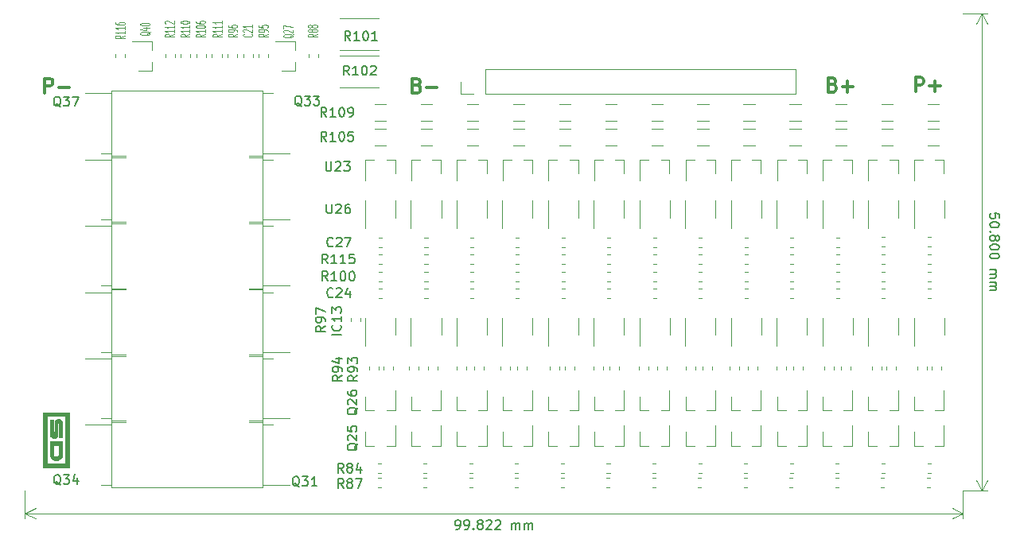
<source format=gbr>
G04 #@! TF.GenerationSoftware,KiCad,Pcbnew,(5.1.5)-3*
G04 #@! TF.CreationDate,2020-03-16T20:43:13+08:00*
G04 #@! TF.ProjectId,sd04,73643034-2e6b-4696-9361-645f70636258,v0.2*
G04 #@! TF.SameCoordinates,PX3e41030PY7464a18*
G04 #@! TF.FileFunction,Legend,Top*
G04 #@! TF.FilePolarity,Positive*
%FSLAX46Y46*%
G04 Gerber Fmt 4.6, Leading zero omitted, Abs format (unit mm)*
G04 Created by KiCad (PCBNEW (5.1.5)-3) date 2020-03-16 20:43:13*
%MOMM*%
%LPD*%
G04 APERTURE LIST*
%ADD10C,0.300000*%
%ADD11C,0.150000*%
%ADD12C,0.120000*%
%ADD13C,0.010000*%
%ADD14C,0.125000*%
G04 APERTURE END LIST*
D10*
X2107571Y42374429D02*
X2107571Y43874429D01*
X2679000Y43874429D01*
X2821857Y43803000D01*
X2893285Y43731572D01*
X2964714Y43588715D01*
X2964714Y43374429D01*
X2893285Y43231572D01*
X2821857Y43160143D01*
X2679000Y43088715D01*
X2107571Y43088715D01*
X3607571Y42945858D02*
X4750428Y42945858D01*
X41723571Y43160143D02*
X41937857Y43088715D01*
X42009285Y43017286D01*
X42080714Y42874429D01*
X42080714Y42660143D01*
X42009285Y42517286D01*
X41937857Y42445858D01*
X41795000Y42374429D01*
X41223571Y42374429D01*
X41223571Y43874429D01*
X41723571Y43874429D01*
X41866428Y43803000D01*
X41937857Y43731572D01*
X42009285Y43588715D01*
X42009285Y43445858D01*
X41937857Y43303000D01*
X41866428Y43231572D01*
X41723571Y43160143D01*
X41223571Y43160143D01*
X42723571Y42945858D02*
X43866428Y42945858D01*
X94754071Y42501429D02*
X94754071Y44001429D01*
X95325500Y44001429D01*
X95468357Y43930000D01*
X95539785Y43858572D01*
X95611214Y43715715D01*
X95611214Y43501429D01*
X95539785Y43358572D01*
X95468357Y43287143D01*
X95325500Y43215715D01*
X94754071Y43215715D01*
X96254071Y43072858D02*
X97396928Y43072858D01*
X96825500Y42501429D02*
X96825500Y43644286D01*
X85983071Y43223643D02*
X86197357Y43152215D01*
X86268785Y43080786D01*
X86340214Y42937929D01*
X86340214Y42723643D01*
X86268785Y42580786D01*
X86197357Y42509358D01*
X86054500Y42437929D01*
X85483071Y42437929D01*
X85483071Y43937929D01*
X85983071Y43937929D01*
X86125928Y43866500D01*
X86197357Y43795072D01*
X86268785Y43652215D01*
X86268785Y43509358D01*
X86197357Y43366500D01*
X86125928Y43295072D01*
X85983071Y43223643D01*
X85483071Y43223643D01*
X86983071Y43009358D02*
X88125928Y43009358D01*
X87554500Y42437929D02*
X87554500Y43580786D01*
D11*
X45863380Y-4135380D02*
X46053857Y-4135380D01*
X46149095Y-4087761D01*
X46196714Y-4040142D01*
X46291952Y-3897285D01*
X46339571Y-3706809D01*
X46339571Y-3325857D01*
X46291952Y-3230619D01*
X46244333Y-3183000D01*
X46149095Y-3135380D01*
X45958619Y-3135380D01*
X45863380Y-3183000D01*
X45815761Y-3230619D01*
X45768142Y-3325857D01*
X45768142Y-3563952D01*
X45815761Y-3659190D01*
X45863380Y-3706809D01*
X45958619Y-3754428D01*
X46149095Y-3754428D01*
X46244333Y-3706809D01*
X46291952Y-3659190D01*
X46339571Y-3563952D01*
X46815761Y-4135380D02*
X47006238Y-4135380D01*
X47101476Y-4087761D01*
X47149095Y-4040142D01*
X47244333Y-3897285D01*
X47291952Y-3706809D01*
X47291952Y-3325857D01*
X47244333Y-3230619D01*
X47196714Y-3183000D01*
X47101476Y-3135380D01*
X46911000Y-3135380D01*
X46815761Y-3183000D01*
X46768142Y-3230619D01*
X46720523Y-3325857D01*
X46720523Y-3563952D01*
X46768142Y-3659190D01*
X46815761Y-3706809D01*
X46911000Y-3754428D01*
X47101476Y-3754428D01*
X47196714Y-3706809D01*
X47244333Y-3659190D01*
X47291952Y-3563952D01*
X47720523Y-4040142D02*
X47768142Y-4087761D01*
X47720523Y-4135380D01*
X47672904Y-4087761D01*
X47720523Y-4040142D01*
X47720523Y-4135380D01*
X48339571Y-3563952D02*
X48244333Y-3516333D01*
X48196714Y-3468714D01*
X48149095Y-3373476D01*
X48149095Y-3325857D01*
X48196714Y-3230619D01*
X48244333Y-3183000D01*
X48339571Y-3135380D01*
X48530047Y-3135380D01*
X48625285Y-3183000D01*
X48672904Y-3230619D01*
X48720523Y-3325857D01*
X48720523Y-3373476D01*
X48672904Y-3468714D01*
X48625285Y-3516333D01*
X48530047Y-3563952D01*
X48339571Y-3563952D01*
X48244333Y-3611571D01*
X48196714Y-3659190D01*
X48149095Y-3754428D01*
X48149095Y-3944904D01*
X48196714Y-4040142D01*
X48244333Y-4087761D01*
X48339571Y-4135380D01*
X48530047Y-4135380D01*
X48625285Y-4087761D01*
X48672904Y-4040142D01*
X48720523Y-3944904D01*
X48720523Y-3754428D01*
X48672904Y-3659190D01*
X48625285Y-3611571D01*
X48530047Y-3563952D01*
X49101476Y-3230619D02*
X49149095Y-3183000D01*
X49244333Y-3135380D01*
X49482428Y-3135380D01*
X49577666Y-3183000D01*
X49625285Y-3230619D01*
X49672904Y-3325857D01*
X49672904Y-3421095D01*
X49625285Y-3563952D01*
X49053857Y-4135380D01*
X49672904Y-4135380D01*
X50053857Y-3230619D02*
X50101476Y-3183000D01*
X50196714Y-3135380D01*
X50434809Y-3135380D01*
X50530047Y-3183000D01*
X50577666Y-3230619D01*
X50625285Y-3325857D01*
X50625285Y-3421095D01*
X50577666Y-3563952D01*
X50006238Y-4135380D01*
X50625285Y-4135380D01*
X51815761Y-4135380D02*
X51815761Y-3468714D01*
X51815761Y-3563952D02*
X51863380Y-3516333D01*
X51958619Y-3468714D01*
X52101476Y-3468714D01*
X52196714Y-3516333D01*
X52244333Y-3611571D01*
X52244333Y-4135380D01*
X52244333Y-3611571D02*
X52291952Y-3516333D01*
X52387190Y-3468714D01*
X52530047Y-3468714D01*
X52625285Y-3516333D01*
X52672904Y-3611571D01*
X52672904Y-4135380D01*
X53149095Y-4135380D02*
X53149095Y-3468714D01*
X53149095Y-3563952D02*
X53196714Y-3516333D01*
X53291952Y-3468714D01*
X53434809Y-3468714D01*
X53530047Y-3516333D01*
X53577666Y-3611571D01*
X53577666Y-4135380D01*
X53577666Y-3611571D02*
X53625285Y-3516333D01*
X53720523Y-3468714D01*
X53863380Y-3468714D01*
X53958619Y-3516333D01*
X54006238Y-3611571D01*
X54006238Y-4135380D01*
D12*
X0Y-2413000D02*
X99822000Y-2413000D01*
X0Y0D02*
X0Y-2999421D01*
X99822000Y0D02*
X99822000Y-2999421D01*
X99822000Y-2413000D02*
X98695496Y-2999421D01*
X99822000Y-2413000D02*
X98695496Y-1826579D01*
X0Y-2413000D02*
X1126504Y-2999421D01*
X0Y-2413000D02*
X1126504Y-1826579D01*
D11*
X103671619Y29019048D02*
X103671619Y29495239D01*
X103195428Y29542858D01*
X103243047Y29495239D01*
X103290666Y29400000D01*
X103290666Y29161905D01*
X103243047Y29066667D01*
X103195428Y29019048D01*
X103100190Y28971429D01*
X102862095Y28971429D01*
X102766857Y29019048D01*
X102719238Y29066667D01*
X102671619Y29161905D01*
X102671619Y29400000D01*
X102719238Y29495239D01*
X102766857Y29542858D01*
X103671619Y28352381D02*
X103671619Y28257143D01*
X103624000Y28161905D01*
X103576380Y28114286D01*
X103481142Y28066667D01*
X103290666Y28019048D01*
X103052571Y28019048D01*
X102862095Y28066667D01*
X102766857Y28114286D01*
X102719238Y28161905D01*
X102671619Y28257143D01*
X102671619Y28352381D01*
X102719238Y28447620D01*
X102766857Y28495239D01*
X102862095Y28542858D01*
X103052571Y28590477D01*
X103290666Y28590477D01*
X103481142Y28542858D01*
X103576380Y28495239D01*
X103624000Y28447620D01*
X103671619Y28352381D01*
X102766857Y27590477D02*
X102719238Y27542858D01*
X102671619Y27590477D01*
X102719238Y27638096D01*
X102766857Y27590477D01*
X102671619Y27590477D01*
X103243047Y26971429D02*
X103290666Y27066667D01*
X103338285Y27114286D01*
X103433523Y27161905D01*
X103481142Y27161905D01*
X103576380Y27114286D01*
X103624000Y27066667D01*
X103671619Y26971429D01*
X103671619Y26780953D01*
X103624000Y26685715D01*
X103576380Y26638096D01*
X103481142Y26590477D01*
X103433523Y26590477D01*
X103338285Y26638096D01*
X103290666Y26685715D01*
X103243047Y26780953D01*
X103243047Y26971429D01*
X103195428Y27066667D01*
X103147809Y27114286D01*
X103052571Y27161905D01*
X102862095Y27161905D01*
X102766857Y27114286D01*
X102719238Y27066667D01*
X102671619Y26971429D01*
X102671619Y26780953D01*
X102719238Y26685715D01*
X102766857Y26638096D01*
X102862095Y26590477D01*
X103052571Y26590477D01*
X103147809Y26638096D01*
X103195428Y26685715D01*
X103243047Y26780953D01*
X103671619Y25971429D02*
X103671619Y25876191D01*
X103624000Y25780953D01*
X103576380Y25733334D01*
X103481142Y25685715D01*
X103290666Y25638096D01*
X103052571Y25638096D01*
X102862095Y25685715D01*
X102766857Y25733334D01*
X102719238Y25780953D01*
X102671619Y25876191D01*
X102671619Y25971429D01*
X102719238Y26066667D01*
X102766857Y26114286D01*
X102862095Y26161905D01*
X103052571Y26209524D01*
X103290666Y26209524D01*
X103481142Y26161905D01*
X103576380Y26114286D01*
X103624000Y26066667D01*
X103671619Y25971429D01*
X103671619Y25019048D02*
X103671619Y24923810D01*
X103624000Y24828572D01*
X103576380Y24780953D01*
X103481142Y24733334D01*
X103290666Y24685715D01*
X103052571Y24685715D01*
X102862095Y24733334D01*
X102766857Y24780953D01*
X102719238Y24828572D01*
X102671619Y24923810D01*
X102671619Y25019048D01*
X102719238Y25114286D01*
X102766857Y25161905D01*
X102862095Y25209524D01*
X103052571Y25257143D01*
X103290666Y25257143D01*
X103481142Y25209524D01*
X103576380Y25161905D01*
X103624000Y25114286D01*
X103671619Y25019048D01*
X102671619Y23495239D02*
X103338285Y23495239D01*
X103243047Y23495239D02*
X103290666Y23447620D01*
X103338285Y23352381D01*
X103338285Y23209524D01*
X103290666Y23114286D01*
X103195428Y23066667D01*
X102671619Y23066667D01*
X103195428Y23066667D02*
X103290666Y23019048D01*
X103338285Y22923810D01*
X103338285Y22780953D01*
X103290666Y22685715D01*
X103195428Y22638096D01*
X102671619Y22638096D01*
X102671619Y22161905D02*
X103338285Y22161905D01*
X103243047Y22161905D02*
X103290666Y22114286D01*
X103338285Y22019048D01*
X103338285Y21876191D01*
X103290666Y21780953D01*
X103195428Y21733334D01*
X102671619Y21733334D01*
X103195428Y21733334D02*
X103290666Y21685715D01*
X103338285Y21590477D01*
X103338285Y21447620D01*
X103290666Y21352381D01*
X103195428Y21304762D01*
X102671619Y21304762D01*
D12*
X101854000Y50800000D02*
X101854000Y0D01*
X99822000Y50800000D02*
X102440421Y50800000D01*
X99822000Y0D02*
X102440421Y0D01*
X101854000Y0D02*
X101267579Y1126504D01*
X101854000Y0D02*
X102440421Y1126504D01*
X101854000Y50800000D02*
X101267579Y49673496D01*
X101854000Y50800000D02*
X102440421Y49673496D01*
X25247000Y359000D02*
X25247000Y42565000D01*
X9214000Y360000D02*
X25247000Y359000D01*
X9214000Y42565000D02*
X9214000Y360000D01*
X25247000Y42565000D02*
X9214000Y42565000D01*
D13*
G36*
X1930400Y2476500D02*
G01*
X1930400Y8318500D01*
X4318000Y8318500D01*
X4318000Y7937500D01*
X2311400Y7937500D01*
X2311400Y2857500D01*
X4318000Y2857500D01*
X4318000Y7937500D01*
X4318000Y8318500D01*
X4699000Y8318500D01*
X4699000Y2476500D01*
X1930400Y2476500D01*
G37*
X1930400Y2476500D02*
X1930400Y8318500D01*
X4318000Y8318500D01*
X4318000Y7937500D01*
X2311400Y7937500D01*
X2311400Y2857500D01*
X4318000Y2857500D01*
X4318000Y7937500D01*
X4318000Y8318500D01*
X4699000Y8318500D01*
X4699000Y2476500D01*
X1930400Y2476500D01*
G36*
X3632200Y5651500D02*
G01*
X3631854Y6369050D01*
X3631235Y6557617D01*
X3629661Y6731714D01*
X3627276Y6884249D01*
X3624224Y7008125D01*
X3620646Y7096248D01*
X3616688Y7141523D01*
X3616191Y7143750D01*
X3583244Y7191272D01*
X3540822Y7200900D01*
X3487152Y7182755D01*
X3467705Y7143750D01*
X3463765Y7102915D01*
X3459750Y7019117D01*
X3455891Y6900190D01*
X3452417Y6753971D01*
X3449558Y6588294D01*
X3448171Y6477000D01*
X3445691Y6280753D01*
X3442578Y6128376D01*
X3438307Y6012939D01*
X3432348Y5927512D01*
X3424175Y5865166D01*
X3413260Y5818970D01*
X3399076Y5781995D01*
X3394546Y5772551D01*
X3315862Y5666639D01*
X3206400Y5600298D01*
X3069567Y5575522D01*
X3057702Y5575395D01*
X2919379Y5596278D01*
X2808225Y5659765D01*
X2721576Y5767466D01*
X2712475Y5783854D01*
X2696425Y5815468D01*
X2683562Y5847624D01*
X2673464Y5886197D01*
X2665712Y5937066D01*
X2659885Y6006108D01*
X2655562Y6099200D01*
X2652323Y6222221D01*
X2649748Y6381048D01*
X2647416Y6581557D01*
X2646083Y6711950D01*
X2637865Y7531100D01*
X2996466Y7531100D01*
X3009900Y5969000D01*
X3136900Y5969000D01*
X3149677Y6629400D01*
X3153818Y6831324D01*
X3157890Y6989175D01*
X3162495Y7109676D01*
X3168233Y7199549D01*
X3175706Y7265518D01*
X3185516Y7314305D01*
X3198264Y7352633D01*
X3214551Y7387225D01*
X3218064Y7393871D01*
X3291220Y7498893D01*
X3381280Y7562311D01*
X3499269Y7590555D01*
X3560408Y7593480D01*
X3691950Y7579016D01*
X3793558Y7528901D01*
X3876825Y7436560D01*
X3898900Y7401445D01*
X3912885Y7375004D01*
X3924140Y7344424D01*
X3933026Y7304028D01*
X3939905Y7248138D01*
X3945137Y7171079D01*
X3949085Y7067171D01*
X3952109Y6930739D01*
X3954572Y6756104D01*
X3956833Y6537590D01*
X3957337Y6483350D01*
X3964974Y5651500D01*
X3632200Y5651500D01*
G37*
X3632200Y5651500D02*
X3631854Y6369050D01*
X3631235Y6557617D01*
X3629661Y6731714D01*
X3627276Y6884249D01*
X3624224Y7008125D01*
X3620646Y7096248D01*
X3616688Y7141523D01*
X3616191Y7143750D01*
X3583244Y7191272D01*
X3540822Y7200900D01*
X3487152Y7182755D01*
X3467705Y7143750D01*
X3463765Y7102915D01*
X3459750Y7019117D01*
X3455891Y6900190D01*
X3452417Y6753971D01*
X3449558Y6588294D01*
X3448171Y6477000D01*
X3445691Y6280753D01*
X3442578Y6128376D01*
X3438307Y6012939D01*
X3432348Y5927512D01*
X3424175Y5865166D01*
X3413260Y5818970D01*
X3399076Y5781995D01*
X3394546Y5772551D01*
X3315862Y5666639D01*
X3206400Y5600298D01*
X3069567Y5575522D01*
X3057702Y5575395D01*
X2919379Y5596278D01*
X2808225Y5659765D01*
X2721576Y5767466D01*
X2712475Y5783854D01*
X2696425Y5815468D01*
X2683562Y5847624D01*
X2673464Y5886197D01*
X2665712Y5937066D01*
X2659885Y6006108D01*
X2655562Y6099200D01*
X2652323Y6222221D01*
X2649748Y6381048D01*
X2647416Y6581557D01*
X2646083Y6711950D01*
X2637865Y7531100D01*
X2996466Y7531100D01*
X3009900Y5969000D01*
X3136900Y5969000D01*
X3149677Y6629400D01*
X3153818Y6831324D01*
X3157890Y6989175D01*
X3162495Y7109676D01*
X3168233Y7199549D01*
X3175706Y7265518D01*
X3185516Y7314305D01*
X3198264Y7352633D01*
X3214551Y7387225D01*
X3218064Y7393871D01*
X3291220Y7498893D01*
X3381280Y7562311D01*
X3499269Y7590555D01*
X3560408Y7593480D01*
X3691950Y7579016D01*
X3793558Y7528901D01*
X3876825Y7436560D01*
X3898900Y7401445D01*
X3912885Y7375004D01*
X3924140Y7344424D01*
X3933026Y7304028D01*
X3939905Y7248138D01*
X3945137Y7171079D01*
X3949085Y7067171D01*
X3952109Y6930739D01*
X3954572Y6756104D01*
X3956833Y6537590D01*
X3957337Y6483350D01*
X3964974Y5651500D01*
X3632200Y5651500D01*
G36*
X3962072Y4312348D02*
G01*
X3960813Y4144560D01*
X3958211Y4013454D01*
X3953854Y3911971D01*
X3947330Y3833053D01*
X3938226Y3769643D01*
X3926132Y3714683D01*
X3912353Y3666626D01*
X3837557Y3490022D01*
X3735442Y3356104D01*
X3605081Y3264152D01*
X3445548Y3213444D01*
X3314700Y3202091D01*
X3130858Y3220859D01*
X2976194Y3281125D01*
X2850327Y3383170D01*
X2752878Y3527274D01*
X2700689Y3655407D01*
X2687519Y3705081D01*
X2676857Y3768725D01*
X2668316Y3852521D01*
X2661509Y3962652D01*
X2656050Y4105301D01*
X2651554Y4286650D01*
X2647795Y4502150D01*
X2636912Y5219700D01*
X2993522Y5219700D01*
X2993522Y4838700D01*
X3001711Y4311650D01*
X3004967Y4131373D01*
X3008830Y3994630D01*
X3013975Y3894152D01*
X3021078Y3822676D01*
X3030814Y3772932D01*
X3043858Y3737656D01*
X3057154Y3714930D01*
X3130848Y3647634D01*
X3230904Y3609158D01*
X3341146Y3600811D01*
X3445397Y3623904D01*
X3524990Y3677039D01*
X3560831Y3726934D01*
X3588184Y3794852D01*
X3607988Y3887177D01*
X3621185Y4010293D01*
X3628715Y4170584D01*
X3631518Y4374435D01*
X3631580Y4400550D01*
X3632200Y4838700D01*
X2993522Y4838700D01*
X2993522Y5219700D01*
X3962400Y5219700D01*
X3962400Y4523876D01*
X3962072Y4312348D01*
G37*
X3962072Y4312348D02*
X3960813Y4144560D01*
X3958211Y4013454D01*
X3953854Y3911971D01*
X3947330Y3833053D01*
X3938226Y3769643D01*
X3926132Y3714683D01*
X3912353Y3666626D01*
X3837557Y3490022D01*
X3735442Y3356104D01*
X3605081Y3264152D01*
X3445548Y3213444D01*
X3314700Y3202091D01*
X3130858Y3220859D01*
X2976194Y3281125D01*
X2850327Y3383170D01*
X2752878Y3527274D01*
X2700689Y3655407D01*
X2687519Y3705081D01*
X2676857Y3768725D01*
X2668316Y3852521D01*
X2661509Y3962652D01*
X2656050Y4105301D01*
X2651554Y4286650D01*
X2647795Y4502150D01*
X2636912Y5219700D01*
X2993522Y5219700D01*
X2993522Y4838700D01*
X3001711Y4311650D01*
X3004967Y4131373D01*
X3008830Y3994630D01*
X3013975Y3894152D01*
X3021078Y3822676D01*
X3030814Y3772932D01*
X3043858Y3737656D01*
X3057154Y3714930D01*
X3130848Y3647634D01*
X3230904Y3609158D01*
X3341146Y3600811D01*
X3445397Y3623904D01*
X3524990Y3677039D01*
X3560831Y3726934D01*
X3588184Y3794852D01*
X3607988Y3887177D01*
X3621185Y4010293D01*
X3628715Y4170584D01*
X3631518Y4374435D01*
X3631580Y4400550D01*
X3632200Y4838700D01*
X2993522Y4838700D01*
X2993522Y5219700D01*
X3962400Y5219700D01*
X3962400Y4523876D01*
X3962072Y4312348D01*
D12*
X21568300Y46448767D02*
X21568300Y46106233D01*
X22588300Y46448767D02*
X22588300Y46106233D01*
X39399000Y35208232D02*
X39399000Y33748232D01*
X36239000Y35208232D02*
X36239000Y33048232D01*
X36239000Y35208232D02*
X37169000Y35208232D01*
X39399000Y35208232D02*
X38469000Y35208232D01*
X89727201Y30872848D02*
X89727201Y27922848D01*
X92947201Y29072848D02*
X92947201Y30872848D01*
X37612064Y50287500D02*
X33507936Y50287500D01*
X37612064Y46867500D02*
X33507936Y46867500D01*
X23810500Y28603800D02*
X25310500Y28603800D01*
X25310500Y28603800D02*
X25310500Y28873800D01*
X25310500Y28873800D02*
X28140500Y28873800D01*
X23810500Y35503800D02*
X25310500Y35503800D01*
X25310500Y35503800D02*
X25310500Y35233800D01*
X25310500Y35233800D02*
X26410500Y35233800D01*
X10714000Y28443000D02*
X9214000Y28443000D01*
X9214000Y28443000D02*
X9214000Y28173000D01*
X9214000Y28173000D02*
X6384000Y28173000D01*
X10714000Y21543000D02*
X9214000Y21543000D01*
X9214000Y21543000D02*
X9214000Y21813000D01*
X9214000Y21813000D02*
X8114000Y21813000D01*
X10714000Y35504000D02*
X9214000Y35504000D01*
X9214000Y35504000D02*
X9214000Y35234000D01*
X9214000Y35234000D02*
X6384000Y35234000D01*
X10714000Y28604000D02*
X9214000Y28604000D01*
X9214000Y28604000D02*
X9214000Y28874000D01*
X9214000Y28874000D02*
X8114000Y28874000D01*
X10714000Y21382000D02*
X9214000Y21382000D01*
X9214000Y21382000D02*
X9214000Y21112000D01*
X9214000Y21112000D02*
X6384000Y21112000D01*
X10714000Y14482000D02*
X9214000Y14482000D01*
X9214000Y14482000D02*
X9214000Y14752000D01*
X9214000Y14752000D02*
X8114000Y14752000D01*
X10714000Y14321000D02*
X9214000Y14321000D01*
X9214000Y14321000D02*
X9214000Y14051000D01*
X9214000Y14051000D02*
X6384000Y14051000D01*
X10714000Y7421000D02*
X9214000Y7421000D01*
X9214000Y7421000D02*
X9214000Y7691000D01*
X9214000Y7691000D02*
X8114000Y7691000D01*
X23810500Y35665000D02*
X25310500Y35665000D01*
X25310500Y35665000D02*
X25310500Y35935000D01*
X25310500Y35935000D02*
X28140500Y35935000D01*
X23810500Y42565000D02*
X25310500Y42565000D01*
X25310500Y42565000D02*
X25310500Y42295000D01*
X25310500Y42295000D02*
X26410500Y42295000D01*
X23810500Y359000D02*
X25310500Y359000D01*
X25310500Y359000D02*
X25310500Y629000D01*
X25310500Y629000D02*
X28140500Y629000D01*
X23810500Y7259000D02*
X25310500Y7259000D01*
X25310500Y7259000D02*
X25310500Y6989000D01*
X25310500Y6989000D02*
X26410500Y6989000D01*
X23810500Y7420200D02*
X25310500Y7420200D01*
X25310500Y7420200D02*
X25310500Y7690200D01*
X25310500Y7690200D02*
X28140500Y7690200D01*
X23810500Y14320200D02*
X25310500Y14320200D01*
X25310500Y14320200D02*
X25310500Y14050200D01*
X25310500Y14050200D02*
X26410500Y14050200D01*
X23810500Y14481400D02*
X25310500Y14481400D01*
X25310500Y14481400D02*
X25310500Y14751400D01*
X25310500Y14751400D02*
X28140500Y14751400D01*
X23810500Y21381400D02*
X25310500Y21381400D01*
X25310500Y21381400D02*
X25310500Y21111400D01*
X25310500Y21111400D02*
X26410500Y21111400D01*
X10714000Y7260000D02*
X9214000Y7260000D01*
X9214000Y7260000D02*
X9214000Y6990000D01*
X9214000Y6990000D02*
X6384000Y6990000D01*
X10714000Y360000D02*
X9214000Y360000D01*
X9214000Y360000D02*
X9214000Y630000D01*
X9214000Y630000D02*
X8114000Y630000D01*
X23810500Y21542600D02*
X25310500Y21542600D01*
X25310500Y21542600D02*
X25310500Y21812600D01*
X25310500Y21812600D02*
X28140500Y21812600D01*
X23810500Y28442600D02*
X25310500Y28442600D01*
X25310500Y28442600D02*
X25310500Y28172600D01*
X25310500Y28172600D02*
X26410500Y28172600D01*
X10714000Y42565000D02*
X9214000Y42565000D01*
X9214000Y42565000D02*
X9214000Y42295000D01*
X9214000Y42295000D02*
X6384000Y42295000D01*
X10714000Y35665000D02*
X9214000Y35665000D01*
X9214000Y35665000D02*
X9214000Y35935000D01*
X9214000Y35935000D02*
X8114000Y35935000D01*
X46358500Y42231000D02*
X46358500Y43561000D01*
X47688500Y42231000D02*
X46358500Y42231000D01*
X48958500Y42231000D02*
X48958500Y44891000D01*
X48958500Y44891000D02*
X82038500Y44891000D01*
X48958500Y42231000D02*
X82038500Y42231000D01*
X82038500Y42231000D02*
X82038500Y44891000D01*
X97276060Y39349000D02*
X96071932Y39349000D01*
X97276060Y41169000D02*
X96071932Y41169000D01*
X97276060Y38553616D02*
X96071932Y38553616D01*
X97276060Y36733616D02*
X96071932Y36733616D01*
X36209000Y30872848D02*
X36209000Y27922848D01*
X39429000Y29072848D02*
X39429000Y30872848D01*
X41074291Y30872848D02*
X41074291Y27922848D01*
X44294291Y29072848D02*
X44294291Y30872848D01*
X45939582Y30872848D02*
X45939582Y27922848D01*
X49159582Y29072848D02*
X49159582Y30872848D01*
X44264291Y35208232D02*
X44264291Y33748232D01*
X41104291Y35208232D02*
X41104291Y33048232D01*
X41104291Y35208232D02*
X42034291Y35208232D01*
X44264291Y35208232D02*
X43334291Y35208232D01*
X49129582Y35208232D02*
X49129582Y33748232D01*
X45969582Y35208232D02*
X45969582Y33048232D01*
X45969582Y35208232D02*
X46899582Y35208232D01*
X49129582Y35208232D02*
X48199582Y35208232D01*
X50804873Y30872848D02*
X50804873Y27922848D01*
X54024873Y29072848D02*
X54024873Y30872848D01*
X55670164Y30872848D02*
X55670164Y27922848D01*
X58890164Y29072848D02*
X58890164Y30872848D01*
X60535455Y30872848D02*
X60535455Y27922848D01*
X63755455Y29072848D02*
X63755455Y30872848D01*
X65400746Y30872848D02*
X65400746Y27922848D01*
X68620746Y29072848D02*
X68620746Y30872848D01*
X70266037Y30872848D02*
X70266037Y27922848D01*
X73486037Y29072848D02*
X73486037Y30872848D01*
X75131328Y30872848D02*
X75131328Y27922848D01*
X78351328Y29072848D02*
X78351328Y30872848D01*
X79996619Y30872848D02*
X79996619Y27922848D01*
X83216619Y29072848D02*
X83216619Y30872848D01*
X84861910Y30872848D02*
X84861910Y27922848D01*
X88081910Y29072848D02*
X88081910Y30872848D01*
X94592492Y30872848D02*
X94592492Y27922848D01*
X97812492Y29072848D02*
X97812492Y30872848D01*
X53994873Y35208232D02*
X53994873Y33748232D01*
X50834873Y35208232D02*
X50834873Y33048232D01*
X50834873Y35208232D02*
X51764873Y35208232D01*
X53994873Y35208232D02*
X53064873Y35208232D01*
X58860164Y35208232D02*
X58860164Y33748232D01*
X55700164Y35208232D02*
X55700164Y33048232D01*
X55700164Y35208232D02*
X56630164Y35208232D01*
X58860164Y35208232D02*
X57930164Y35208232D01*
X63725455Y35208232D02*
X63725455Y33748232D01*
X60565455Y35208232D02*
X60565455Y33048232D01*
X60565455Y35208232D02*
X61495455Y35208232D01*
X63725455Y35208232D02*
X62795455Y35208232D01*
X68590746Y35208232D02*
X68590746Y33748232D01*
X65430746Y35208232D02*
X65430746Y33048232D01*
X65430746Y35208232D02*
X66360746Y35208232D01*
X68590746Y35208232D02*
X67660746Y35208232D01*
X73456037Y35208232D02*
X73456037Y33748232D01*
X70296037Y35208232D02*
X70296037Y33048232D01*
X70296037Y35208232D02*
X71226037Y35208232D01*
X73456037Y35208232D02*
X72526037Y35208232D01*
X78321328Y35208232D02*
X78321328Y33748232D01*
X75161328Y35208232D02*
X75161328Y33048232D01*
X75161328Y35208232D02*
X76091328Y35208232D01*
X78321328Y35208232D02*
X77391328Y35208232D01*
X83186619Y35208232D02*
X83186619Y33748232D01*
X80026619Y35208232D02*
X80026619Y33048232D01*
X80026619Y35208232D02*
X80956619Y35208232D01*
X83186619Y35208232D02*
X82256619Y35208232D01*
X88051910Y35208232D02*
X88051910Y33748232D01*
X84891910Y35208232D02*
X84891910Y33048232D01*
X84891910Y35208232D02*
X85821910Y35208232D01*
X88051910Y35208232D02*
X87121910Y35208232D01*
X92917201Y35208232D02*
X92917201Y33748232D01*
X89757201Y35208232D02*
X89757201Y33048232D01*
X89757201Y35208232D02*
X90687201Y35208232D01*
X92917201Y35208232D02*
X91987201Y35208232D01*
X97782492Y35208232D02*
X97782492Y33748232D01*
X94622492Y35208232D02*
X94622492Y33048232D01*
X94622492Y35208232D02*
X95552492Y35208232D01*
X97782492Y35208232D02*
X96852492Y35208232D01*
X9650000Y46448767D02*
X9650000Y46106233D01*
X10670000Y46448767D02*
X10670000Y46106233D01*
X37990267Y25142080D02*
X37647733Y25142080D01*
X37990267Y24122080D02*
X37647733Y24122080D01*
X42855558Y25142080D02*
X42513024Y25142080D01*
X42855558Y24122080D02*
X42513024Y24122080D01*
X47720849Y25142080D02*
X47378315Y25142080D01*
X47720849Y24122080D02*
X47378315Y24122080D01*
X15936100Y46106233D02*
X15936100Y46448767D01*
X14916100Y46106233D02*
X14916100Y46448767D01*
X19905250Y46448767D02*
X19905250Y46106233D01*
X20925250Y46448767D02*
X20925250Y46106233D01*
X16579150Y46448767D02*
X16579150Y46106233D01*
X17599150Y46448767D02*
X17599150Y46106233D01*
X19262200Y46106233D02*
X19262200Y46448767D01*
X18242200Y46106233D02*
X18242200Y46448767D01*
X37612064Y46350500D02*
X33507936Y46350500D01*
X37612064Y42930500D02*
X33507936Y42930500D01*
X37990267Y23306696D02*
X37647733Y23306696D01*
X37990267Y22286696D02*
X37647733Y22286696D01*
X42855558Y23306696D02*
X42513024Y23306696D01*
X42855558Y22286696D02*
X42513024Y22286696D01*
X47720849Y23306696D02*
X47378315Y23306696D01*
X47720849Y22286696D02*
X47378315Y22286696D01*
X35689000Y18003733D02*
X35689000Y18346267D01*
X34669000Y18003733D02*
X34669000Y18346267D01*
X25914400Y46106233D02*
X25914400Y46448767D01*
X24894400Y46106233D02*
X24894400Y46448767D01*
X36637500Y13201811D02*
X36637500Y12859277D01*
X37657500Y13201811D02*
X37657500Y12859277D01*
X38161500Y13201811D02*
X38161500Y12859277D01*
X39181500Y13201811D02*
X39181500Y12859277D01*
X40828500Y13201811D02*
X40828500Y12859277D01*
X41848500Y13201811D02*
X41848500Y12859277D01*
X42860500Y13201811D02*
X42860500Y12859277D01*
X43880500Y13201811D02*
X43880500Y12859277D01*
X45908500Y13201811D02*
X45908500Y12859277D01*
X46928500Y13201811D02*
X46928500Y12859277D01*
X47813500Y13201811D02*
X47813500Y12859277D01*
X48833500Y13201811D02*
X48833500Y12859277D01*
X31180500Y46106233D02*
X31180500Y46448767D01*
X30160500Y46106233D02*
X30160500Y46448767D01*
X37533733Y315500D02*
X37876267Y315500D01*
X37533733Y1335500D02*
X37876267Y1335500D01*
X42403232Y315500D02*
X42745766Y315500D01*
X42403232Y1335500D02*
X42745766Y1335500D01*
X47272731Y315500D02*
X47615265Y315500D01*
X47272731Y1335500D02*
X47615265Y1335500D01*
X37520733Y1833392D02*
X37863267Y1833392D01*
X37520733Y2853392D02*
X37863267Y2853392D01*
X42396607Y1833392D02*
X42739141Y1833392D01*
X42396607Y2853392D02*
X42739141Y2853392D01*
X47272481Y1833392D02*
X47615015Y1833392D01*
X47272481Y2853392D02*
X47615015Y2853392D01*
X52586140Y25142080D02*
X52243606Y25142080D01*
X52586140Y24122080D02*
X52243606Y24122080D01*
X57451431Y25142080D02*
X57108897Y25142080D01*
X57451431Y24122080D02*
X57108897Y24122080D01*
X62316722Y25142080D02*
X61974188Y25142080D01*
X62316722Y24122080D02*
X61974188Y24122080D01*
X67182013Y25142080D02*
X66839479Y25142080D01*
X67182013Y24122080D02*
X66839479Y24122080D01*
X72047304Y25142080D02*
X71704770Y25142080D01*
X72047304Y24122080D02*
X71704770Y24122080D01*
X76912595Y25142080D02*
X76570061Y25142080D01*
X76912595Y24122080D02*
X76570061Y24122080D01*
X81777886Y25142080D02*
X81435352Y25142080D01*
X81777886Y24122080D02*
X81435352Y24122080D01*
X86643177Y25142080D02*
X86300643Y25142080D01*
X86643177Y24122080D02*
X86300643Y24122080D01*
X91508468Y25142080D02*
X91165934Y25142080D01*
X91508468Y24122080D02*
X91165934Y24122080D01*
X96373759Y25142080D02*
X96031225Y25142080D01*
X96373759Y24122080D02*
X96031225Y24122080D01*
X52586140Y23306696D02*
X52243606Y23306696D01*
X52586140Y22286696D02*
X52243606Y22286696D01*
X57451431Y23306696D02*
X57108897Y23306696D01*
X57451431Y22286696D02*
X57108897Y22286696D01*
X62316722Y23306696D02*
X61974188Y23306696D01*
X62316722Y22286696D02*
X61974188Y22286696D01*
X67182013Y23306696D02*
X66839479Y23306696D01*
X67182013Y22286696D02*
X66839479Y22286696D01*
X72047304Y23306696D02*
X71704770Y23306696D01*
X72047304Y22286696D02*
X71704770Y22286696D01*
X76912595Y23306696D02*
X76570061Y23306696D01*
X76912595Y22286696D02*
X76570061Y22286696D01*
X81777886Y23306696D02*
X81435352Y23306696D01*
X81777886Y22286696D02*
X81435352Y22286696D01*
X86643177Y23306696D02*
X86300643Y23306696D01*
X86643177Y22286696D02*
X86300643Y22286696D01*
X91508468Y23306696D02*
X91165934Y23306696D01*
X91508468Y22286696D02*
X91165934Y22286696D01*
X96373759Y23306696D02*
X96031225Y23306696D01*
X96373759Y22286696D02*
X96031225Y22286696D01*
X50607500Y13201811D02*
X50607500Y12859277D01*
X51627500Y13201811D02*
X51627500Y12859277D01*
X52385500Y13201811D02*
X52385500Y12859277D01*
X53405500Y13201811D02*
X53405500Y12859277D01*
X55814500Y13201811D02*
X55814500Y12859277D01*
X56834500Y13201811D02*
X56834500Y12859277D01*
X57465500Y13201811D02*
X57465500Y12859277D01*
X58485500Y13201811D02*
X58485500Y12859277D01*
X60513500Y13201811D02*
X60513500Y12859277D01*
X61533500Y13201811D02*
X61533500Y12859277D01*
X62164500Y13201811D02*
X62164500Y12859277D01*
X63184500Y13201811D02*
X63184500Y12859277D01*
X65339500Y13201811D02*
X65339500Y12859277D01*
X66359500Y13201811D02*
X66359500Y12859277D01*
X67244500Y13201811D02*
X67244500Y12859277D01*
X68264500Y13201811D02*
X68264500Y12859277D01*
X70292500Y13201811D02*
X70292500Y12859277D01*
X71312500Y13201811D02*
X71312500Y12859277D01*
X72070500Y13201811D02*
X72070500Y12859277D01*
X73090500Y13201811D02*
X73090500Y12859277D01*
X74991500Y13201811D02*
X74991500Y12859277D01*
X76011500Y13201811D02*
X76011500Y12859277D01*
X76896500Y13201811D02*
X76896500Y12859277D01*
X77916500Y13201811D02*
X77916500Y12859277D01*
X79944500Y13201811D02*
X79944500Y12859277D01*
X80964500Y13201811D02*
X80964500Y12859277D01*
X81722500Y13201811D02*
X81722500Y12859277D01*
X82742500Y13201811D02*
X82742500Y12859277D01*
X85024500Y13201811D02*
X85024500Y12859277D01*
X86044500Y13201811D02*
X86044500Y12859277D01*
X86802500Y13201811D02*
X86802500Y12859277D01*
X87822500Y13201811D02*
X87822500Y12859277D01*
X90104500Y13201811D02*
X90104500Y12859277D01*
X91124500Y13201811D02*
X91124500Y12859277D01*
X91628500Y13201811D02*
X91628500Y12859277D01*
X92648500Y13201811D02*
X92648500Y12859277D01*
X94930500Y13201811D02*
X94930500Y12859277D01*
X95950500Y13201811D02*
X95950500Y12859277D01*
X96454500Y13201811D02*
X96454500Y12859277D01*
X97474500Y13201811D02*
X97474500Y12859277D01*
X52142230Y315500D02*
X52484764Y315500D01*
X52142230Y1335500D02*
X52484764Y1335500D01*
X57011729Y315500D02*
X57354263Y315500D01*
X57011729Y1335500D02*
X57354263Y1335500D01*
X61881228Y315500D02*
X62223762Y315500D01*
X61881228Y1335500D02*
X62223762Y1335500D01*
X66750727Y315500D02*
X67093261Y315500D01*
X66750727Y1335500D02*
X67093261Y1335500D01*
X71620226Y315500D02*
X71962760Y315500D01*
X71620226Y1335500D02*
X71962760Y1335500D01*
X76489725Y315500D02*
X76832259Y315500D01*
X76489725Y1335500D02*
X76832259Y1335500D01*
X81359224Y315500D02*
X81701758Y315500D01*
X81359224Y1335500D02*
X81701758Y1335500D01*
X86228723Y315500D02*
X86571257Y315500D01*
X86228723Y1335500D02*
X86571257Y1335500D01*
X91098222Y315500D02*
X91440756Y315500D01*
X91098222Y1335500D02*
X91440756Y1335500D01*
X95967725Y315500D02*
X96310259Y315500D01*
X95967725Y1335500D02*
X96310259Y1335500D01*
X52148355Y1833392D02*
X52490889Y1833392D01*
X52148355Y2853392D02*
X52490889Y2853392D01*
X57024229Y1833392D02*
X57366763Y1833392D01*
X57024229Y2853392D02*
X57366763Y2853392D01*
X61900103Y1833392D02*
X62242637Y1833392D01*
X61900103Y2853392D02*
X62242637Y2853392D01*
X66775977Y1833392D02*
X67118511Y1833392D01*
X66775977Y2853392D02*
X67118511Y2853392D01*
X71651851Y1833392D02*
X71994385Y1833392D01*
X71651851Y2853392D02*
X71994385Y2853392D01*
X76527725Y1833392D02*
X76870259Y1833392D01*
X76527725Y2853392D02*
X76870259Y2853392D01*
X81403599Y1833392D02*
X81746133Y1833392D01*
X81403599Y2853392D02*
X81746133Y2853392D01*
X86279473Y1833392D02*
X86622007Y1833392D01*
X86279473Y2853392D02*
X86622007Y2853392D01*
X91155347Y1833392D02*
X91497881Y1833392D01*
X91155347Y2853392D02*
X91497881Y2853392D01*
X96031225Y1833392D02*
X96373759Y1833392D01*
X96031225Y2853392D02*
X96373759Y2853392D01*
X13553050Y44697500D02*
X12093050Y44697500D01*
X13553050Y47857500D02*
X11393050Y47857500D01*
X13553050Y47857500D02*
X13553050Y46927500D01*
X13553050Y44697500D02*
X13553050Y45627500D01*
X28797450Y44697500D02*
X27337450Y44697500D01*
X28797450Y47857500D02*
X26637450Y47857500D01*
X28797450Y47857500D02*
X28797450Y46927500D01*
X28797450Y44697500D02*
X28797450Y45627500D01*
X36239000Y8545160D02*
X36239000Y10005160D01*
X39399000Y8545160D02*
X39399000Y10705160D01*
X39399000Y8545160D02*
X38469000Y8545160D01*
X36239000Y8545160D02*
X37169000Y8545160D01*
X36239000Y4769776D02*
X36239000Y6229776D01*
X39399000Y4769776D02*
X39399000Y6929776D01*
X39399000Y4769776D02*
X38469000Y4769776D01*
X36239000Y4769776D02*
X37169000Y4769776D01*
X41104291Y8545160D02*
X41104291Y10005160D01*
X44264291Y8545160D02*
X44264291Y10705160D01*
X44264291Y8545160D02*
X43334291Y8545160D01*
X41104291Y8545160D02*
X42034291Y8545160D01*
X41104291Y4769776D02*
X41104291Y6229776D01*
X44264291Y4769776D02*
X44264291Y6929776D01*
X44264291Y4769776D02*
X43334291Y4769776D01*
X41104291Y4769776D02*
X42034291Y4769776D01*
X45969582Y8545160D02*
X45969582Y10005160D01*
X49129582Y8545160D02*
X49129582Y10705160D01*
X49129582Y8545160D02*
X48199582Y8545160D01*
X45969582Y8545160D02*
X46899582Y8545160D01*
X45969582Y4769776D02*
X45969582Y6229776D01*
X49129582Y4769776D02*
X49129582Y6929776D01*
X49129582Y4769776D02*
X48199582Y4769776D01*
X45969582Y4769776D02*
X46899582Y4769776D01*
X50834873Y8545160D02*
X50834873Y10005160D01*
X53994873Y8545160D02*
X53994873Y10705160D01*
X53994873Y8545160D02*
X53064873Y8545160D01*
X50834873Y8545160D02*
X51764873Y8545160D01*
X50834873Y4769776D02*
X50834873Y6229776D01*
X53994873Y4769776D02*
X53994873Y6929776D01*
X53994873Y4769776D02*
X53064873Y4769776D01*
X50834873Y4769776D02*
X51764873Y4769776D01*
X55700164Y8545160D02*
X55700164Y10005160D01*
X58860164Y8545160D02*
X58860164Y10705160D01*
X58860164Y8545160D02*
X57930164Y8545160D01*
X55700164Y8545160D02*
X56630164Y8545160D01*
X55700164Y4769776D02*
X55700164Y6229776D01*
X58860164Y4769776D02*
X58860164Y6929776D01*
X58860164Y4769776D02*
X57930164Y4769776D01*
X55700164Y4769776D02*
X56630164Y4769776D01*
X60565455Y8545160D02*
X60565455Y10005160D01*
X63725455Y8545160D02*
X63725455Y10705160D01*
X63725455Y8545160D02*
X62795455Y8545160D01*
X60565455Y8545160D02*
X61495455Y8545160D01*
X60565455Y4769776D02*
X60565455Y6229776D01*
X63725455Y4769776D02*
X63725455Y6929776D01*
X63725455Y4769776D02*
X62795455Y4769776D01*
X60565455Y4769776D02*
X61495455Y4769776D01*
X65430746Y8545160D02*
X65430746Y10005160D01*
X68590746Y8545160D02*
X68590746Y10705160D01*
X68590746Y8545160D02*
X67660746Y8545160D01*
X65430746Y8545160D02*
X66360746Y8545160D01*
X65430746Y4769776D02*
X65430746Y6229776D01*
X68590746Y4769776D02*
X68590746Y6929776D01*
X68590746Y4769776D02*
X67660746Y4769776D01*
X65430746Y4769776D02*
X66360746Y4769776D01*
X70296037Y8545160D02*
X70296037Y10005160D01*
X73456037Y8545160D02*
X73456037Y10705160D01*
X73456037Y8545160D02*
X72526037Y8545160D01*
X70296037Y8545160D02*
X71226037Y8545160D01*
X70296037Y4769776D02*
X70296037Y6229776D01*
X73456037Y4769776D02*
X73456037Y6929776D01*
X73456037Y4769776D02*
X72526037Y4769776D01*
X70296037Y4769776D02*
X71226037Y4769776D01*
X75161328Y8545160D02*
X75161328Y10005160D01*
X78321328Y8545160D02*
X78321328Y10705160D01*
X78321328Y8545160D02*
X77391328Y8545160D01*
X75161328Y8545160D02*
X76091328Y8545160D01*
X75161328Y4769776D02*
X75161328Y6229776D01*
X78321328Y4769776D02*
X78321328Y6929776D01*
X78321328Y4769776D02*
X77391328Y4769776D01*
X75161328Y4769776D02*
X76091328Y4769776D01*
X80026619Y8545160D02*
X80026619Y10005160D01*
X83186619Y8545160D02*
X83186619Y10705160D01*
X83186619Y8545160D02*
X82256619Y8545160D01*
X80026619Y8545160D02*
X80956619Y8545160D01*
X80026619Y4769776D02*
X80026619Y6229776D01*
X83186619Y4769776D02*
X83186619Y6929776D01*
X83186619Y4769776D02*
X82256619Y4769776D01*
X80026619Y4769776D02*
X80956619Y4769776D01*
X84891910Y8545160D02*
X84891910Y10005160D01*
X88051910Y8545160D02*
X88051910Y10705160D01*
X88051910Y8545160D02*
X87121910Y8545160D01*
X84891910Y8545160D02*
X85821910Y8545160D01*
X84891910Y4769776D02*
X84891910Y6229776D01*
X88051910Y4769776D02*
X88051910Y6929776D01*
X88051910Y4769776D02*
X87121910Y4769776D01*
X84891910Y4769776D02*
X85821910Y4769776D01*
X89757201Y8545160D02*
X89757201Y10005160D01*
X92917201Y8545160D02*
X92917201Y10705160D01*
X92917201Y8545160D02*
X91987201Y8545160D01*
X89757201Y8545160D02*
X90687201Y8545160D01*
X89757201Y4769776D02*
X89757201Y6229776D01*
X92917201Y4769776D02*
X92917201Y6929776D01*
X92917201Y4769776D02*
X91987201Y4769776D01*
X89757201Y4769776D02*
X90687201Y4769776D01*
X94622492Y8545160D02*
X94622492Y10005160D01*
X97782492Y8545160D02*
X97782492Y10705160D01*
X97782492Y8545160D02*
X96852492Y8545160D01*
X94622492Y8545160D02*
X95552492Y8545160D01*
X94622492Y4769776D02*
X94622492Y6229776D01*
X97782492Y4769776D02*
X97782492Y6929776D01*
X97782492Y4769776D02*
X96852492Y4769776D01*
X94622492Y4769776D02*
X95552492Y4769776D01*
X36209000Y18355928D02*
X36209000Y15405928D01*
X39429000Y16555928D02*
X39429000Y18355928D01*
X41074291Y18355928D02*
X41074291Y15405928D01*
X44294291Y16555928D02*
X44294291Y18355928D01*
X45939582Y18355928D02*
X45939582Y15405928D01*
X49159582Y16555928D02*
X49159582Y18355928D01*
X50804873Y18355928D02*
X50804873Y15405928D01*
X54024873Y16555928D02*
X54024873Y18355928D01*
X55670164Y18355928D02*
X55670164Y15405928D01*
X58890164Y16555928D02*
X58890164Y18355928D01*
X60535455Y18355928D02*
X60535455Y15405928D01*
X63755455Y16555928D02*
X63755455Y18355928D01*
X65400746Y18355928D02*
X65400746Y15405928D01*
X68620746Y16555928D02*
X68620746Y18355928D01*
X70266037Y18355928D02*
X70266037Y15405928D01*
X73486037Y16555928D02*
X73486037Y18355928D01*
X75131328Y18355928D02*
X75131328Y15405928D01*
X78351328Y16555928D02*
X78351328Y18355928D01*
X79996619Y18355928D02*
X79996619Y15405928D01*
X83216619Y16555928D02*
X83216619Y18355928D01*
X84861910Y18355928D02*
X84861910Y15405928D01*
X88081910Y16555928D02*
X88081910Y18355928D01*
X89727201Y18355928D02*
X89727201Y15405928D01*
X92947201Y16555928D02*
X92947201Y18355928D01*
X94592492Y18355928D02*
X94592492Y15405928D01*
X97812492Y16555928D02*
X97812492Y18355928D01*
X37647733Y25912312D02*
X37990267Y25912312D01*
X37647733Y26932312D02*
X37990267Y26932312D01*
X42513024Y25912312D02*
X42855558Y25912312D01*
X42513024Y26932312D02*
X42855558Y26932312D01*
X47378315Y25912312D02*
X47720849Y25912312D01*
X47378315Y26932312D02*
X47720849Y26932312D01*
X37647733Y20496464D02*
X37990267Y20496464D01*
X37647733Y21516464D02*
X37990267Y21516464D01*
X42513024Y20496464D02*
X42855558Y20496464D01*
X42513024Y21516464D02*
X42855558Y21516464D01*
X47378315Y20496464D02*
X47720849Y20496464D01*
X47378315Y21516464D02*
X47720849Y21516464D01*
X23231350Y46448767D02*
X23231350Y46106233D01*
X24251350Y46448767D02*
X24251350Y46106233D01*
X52243606Y25912312D02*
X52586140Y25912312D01*
X52243606Y26932312D02*
X52586140Y26932312D01*
X57108897Y25912312D02*
X57451431Y25912312D01*
X57108897Y26932312D02*
X57451431Y26932312D01*
X61974188Y25912312D02*
X62316722Y25912312D01*
X61974188Y26932312D02*
X62316722Y26932312D01*
X66839479Y25912312D02*
X67182013Y25912312D01*
X66839479Y26932312D02*
X67182013Y26932312D01*
X71704770Y25912312D02*
X72047304Y25912312D01*
X71704770Y26932312D02*
X72047304Y26932312D01*
X76570061Y25912312D02*
X76912595Y25912312D01*
X76570061Y26932312D02*
X76912595Y26932312D01*
X81435352Y25912312D02*
X81777886Y25912312D01*
X81435352Y26932312D02*
X81777886Y26932312D01*
X86300643Y25912312D02*
X86643177Y25912312D01*
X86300643Y26932312D02*
X86643177Y26932312D01*
X91165934Y25957464D02*
X91508468Y25957464D01*
X91165934Y26977464D02*
X91508468Y26977464D01*
X96031225Y25957464D02*
X96373759Y25957464D01*
X96031225Y26977464D02*
X96373759Y26977464D01*
X52243606Y20496464D02*
X52586140Y20496464D01*
X52243606Y21516464D02*
X52586140Y21516464D01*
X57108897Y20496464D02*
X57451431Y20496464D01*
X57108897Y21516464D02*
X57451431Y21516464D01*
X61974188Y20496464D02*
X62316722Y20496464D01*
X61974188Y21516464D02*
X62316722Y21516464D01*
X66839479Y20496464D02*
X67182013Y20496464D01*
X66839479Y21516464D02*
X67182013Y21516464D01*
X71704770Y20496464D02*
X72047304Y20496464D01*
X71704770Y21516464D02*
X72047304Y21516464D01*
X76570061Y20496464D02*
X76912595Y20496464D01*
X76570061Y21516464D02*
X76912595Y21516464D01*
X81435352Y20496464D02*
X81777886Y20496464D01*
X81435352Y21516464D02*
X81777886Y21516464D01*
X86300643Y20496464D02*
X86643177Y20496464D01*
X86300643Y21516464D02*
X86643177Y21516464D01*
X91165934Y20451312D02*
X91508468Y20451312D01*
X91165934Y21471312D02*
X91508468Y21471312D01*
X96031225Y20451312D02*
X96373759Y20451312D01*
X96031225Y21471312D02*
X96373759Y21471312D01*
X92371477Y38553616D02*
X91167349Y38553616D01*
X92371477Y36733616D02*
X91167349Y36733616D01*
X87466894Y36733616D02*
X86262766Y36733616D01*
X87466894Y38553616D02*
X86262766Y38553616D01*
X82562311Y38553616D02*
X81358183Y38553616D01*
X82562311Y36733616D02*
X81358183Y36733616D01*
X77657728Y38553616D02*
X76453600Y38553616D01*
X77657728Y36733616D02*
X76453600Y36733616D01*
X72753145Y38553616D02*
X71549017Y38553616D01*
X72753145Y36733616D02*
X71549017Y36733616D01*
X67848562Y36733616D02*
X66644434Y36733616D01*
X67848562Y38553616D02*
X66644434Y38553616D01*
X62943979Y38553616D02*
X61739851Y38553616D01*
X62943979Y36733616D02*
X61739851Y36733616D01*
X58039396Y38553616D02*
X56835268Y38553616D01*
X58039396Y36733616D02*
X56835268Y36733616D01*
X53134813Y38553616D02*
X51930685Y38553616D01*
X53134813Y36733616D02*
X51930685Y36733616D01*
X92371477Y39349000D02*
X91167349Y39349000D01*
X92371477Y41169000D02*
X91167349Y41169000D01*
X87466894Y41169000D02*
X86262766Y41169000D01*
X87466894Y39349000D02*
X86262766Y39349000D01*
X82562311Y39349000D02*
X81358183Y39349000D01*
X82562311Y41169000D02*
X81358183Y41169000D01*
X77657728Y39349000D02*
X76453600Y39349000D01*
X77657728Y41169000D02*
X76453600Y41169000D01*
X72753145Y39349000D02*
X71549017Y39349000D01*
X72753145Y41169000D02*
X71549017Y41169000D01*
X67848562Y39349000D02*
X66644434Y39349000D01*
X67848562Y41169000D02*
X66644434Y41169000D01*
X62943979Y39349000D02*
X61739851Y39349000D01*
X62943979Y41169000D02*
X61739851Y41169000D01*
X58039396Y39349000D02*
X56835268Y39349000D01*
X58039396Y41169000D02*
X56835268Y41169000D01*
X53134813Y39349000D02*
X51930685Y39349000D01*
X53134813Y41169000D02*
X51930685Y41169000D01*
X48230230Y38553616D02*
X47026102Y38553616D01*
X48230230Y36733616D02*
X47026102Y36733616D01*
X43325647Y38553616D02*
X42121519Y38553616D01*
X43325647Y36733616D02*
X42121519Y36733616D01*
X38421064Y38553616D02*
X37216936Y38553616D01*
X38421064Y36733616D02*
X37216936Y36733616D01*
X48230230Y39349000D02*
X47026102Y39349000D01*
X48230230Y41169000D02*
X47026102Y41169000D01*
X43325647Y39349000D02*
X42121519Y39349000D01*
X43325647Y41169000D02*
X42121519Y41169000D01*
X38421064Y41169000D02*
X37216936Y41169000D01*
X38421064Y39349000D02*
X37216936Y39349000D01*
D14*
X22613880Y48637072D02*
X22137690Y48470405D01*
X22613880Y48351358D02*
X21613880Y48351358D01*
X21613880Y48541834D01*
X21661500Y48589453D01*
X21709119Y48613262D01*
X21804357Y48637072D01*
X21947214Y48637072D01*
X22042452Y48613262D01*
X22090071Y48589453D01*
X22137690Y48541834D01*
X22137690Y48351358D01*
X22613880Y48875167D02*
X22613880Y48970405D01*
X22566261Y49018024D01*
X22518642Y49041834D01*
X22375785Y49089453D01*
X22185309Y49113262D01*
X21804357Y49113262D01*
X21709119Y49089453D01*
X21661500Y49065643D01*
X21613880Y49018024D01*
X21613880Y48922786D01*
X21661500Y48875167D01*
X21709119Y48851358D01*
X21804357Y48827548D01*
X22042452Y48827548D01*
X22137690Y48851358D01*
X22185309Y48875167D01*
X22232928Y48922786D01*
X22232928Y49018024D01*
X22185309Y49065643D01*
X22137690Y49089453D01*
X22042452Y49113262D01*
X21613880Y49541834D02*
X21613880Y49446596D01*
X21661500Y49398977D01*
X21709119Y49375167D01*
X21851976Y49327548D01*
X22042452Y49303739D01*
X22423404Y49303739D01*
X22518642Y49327548D01*
X22566261Y49351358D01*
X22613880Y49398977D01*
X22613880Y49494215D01*
X22566261Y49541834D01*
X22518642Y49565643D01*
X22423404Y49589453D01*
X22185309Y49589453D01*
X22090071Y49565643D01*
X22042452Y49541834D01*
X21994833Y49494215D01*
X21994833Y49398977D01*
X22042452Y49351358D01*
X22090071Y49327548D01*
X22185309Y49303739D01*
D11*
X32035904Y35028120D02*
X32035904Y34218596D01*
X32083523Y34123358D01*
X32131142Y34075739D01*
X32226380Y34028120D01*
X32416857Y34028120D01*
X32512095Y34075739D01*
X32559714Y34123358D01*
X32607333Y34218596D01*
X32607333Y35028120D01*
X33035904Y34932881D02*
X33083523Y34980500D01*
X33178761Y35028120D01*
X33416857Y35028120D01*
X33512095Y34980500D01*
X33559714Y34932881D01*
X33607333Y34837643D01*
X33607333Y34742405D01*
X33559714Y34599548D01*
X32988285Y34028120D01*
X33607333Y34028120D01*
X33940666Y35028120D02*
X34559714Y35028120D01*
X34226380Y34647167D01*
X34369238Y34647167D01*
X34464476Y34599548D01*
X34512095Y34551929D01*
X34559714Y34456691D01*
X34559714Y34218596D01*
X34512095Y34123358D01*
X34464476Y34075739D01*
X34369238Y34028120D01*
X34083523Y34028120D01*
X33988285Y34075739D01*
X33940666Y34123358D01*
X34631452Y47934620D02*
X34298119Y48410810D01*
X34060023Y47934620D02*
X34060023Y48934620D01*
X34440976Y48934620D01*
X34536214Y48887000D01*
X34583833Y48839381D01*
X34631452Y48744143D01*
X34631452Y48601286D01*
X34583833Y48506048D01*
X34536214Y48458429D01*
X34440976Y48410810D01*
X34060023Y48410810D01*
X35583833Y47934620D02*
X35012404Y47934620D01*
X35298119Y47934620D02*
X35298119Y48934620D01*
X35202880Y48791762D01*
X35107642Y48696524D01*
X35012404Y48648905D01*
X36202880Y48934620D02*
X36298119Y48934620D01*
X36393357Y48887000D01*
X36440976Y48839381D01*
X36488595Y48744143D01*
X36536214Y48553667D01*
X36536214Y48315572D01*
X36488595Y48125096D01*
X36440976Y48029858D01*
X36393357Y47982239D01*
X36298119Y47934620D01*
X36202880Y47934620D01*
X36107642Y47982239D01*
X36060023Y48029858D01*
X36012404Y48125096D01*
X35964785Y48315572D01*
X35964785Y48553667D01*
X36012404Y48744143D01*
X36060023Y48839381D01*
X36107642Y48887000D01*
X36202880Y48934620D01*
X37488595Y47934620D02*
X36917166Y47934620D01*
X37202880Y47934620D02*
X37202880Y48934620D01*
X37107642Y48791762D01*
X37012404Y48696524D01*
X36917166Y48648905D01*
X29464071Y40917881D02*
X29368833Y40965500D01*
X29273595Y41060739D01*
X29130738Y41203596D01*
X29035500Y41251215D01*
X28940261Y41251215D01*
X28987880Y41013120D02*
X28892642Y41060739D01*
X28797404Y41155977D01*
X28749785Y41346453D01*
X28749785Y41679786D01*
X28797404Y41870262D01*
X28892642Y41965500D01*
X28987880Y42013120D01*
X29178357Y42013120D01*
X29273595Y41965500D01*
X29368833Y41870262D01*
X29416452Y41679786D01*
X29416452Y41346453D01*
X29368833Y41155977D01*
X29273595Y41060739D01*
X29178357Y41013120D01*
X28987880Y41013120D01*
X29749785Y42013120D02*
X30368833Y42013120D01*
X30035500Y41632167D01*
X30178357Y41632167D01*
X30273595Y41584548D01*
X30321214Y41536929D01*
X30368833Y41441691D01*
X30368833Y41203596D01*
X30321214Y41108358D01*
X30273595Y41060739D01*
X30178357Y41013120D01*
X29892642Y41013120D01*
X29797404Y41060739D01*
X29749785Y41108358D01*
X30702166Y42013120D02*
X31321214Y42013120D01*
X30987880Y41632167D01*
X31130738Y41632167D01*
X31225976Y41584548D01*
X31273595Y41536929D01*
X31321214Y41441691D01*
X31321214Y41203596D01*
X31273595Y41108358D01*
X31225976Y41060739D01*
X31130738Y41013120D01*
X30845023Y41013120D01*
X30749785Y41060739D01*
X30702166Y41108358D01*
X29210071Y404881D02*
X29114833Y452500D01*
X29019595Y547739D01*
X28876738Y690596D01*
X28781500Y738215D01*
X28686261Y738215D01*
X28733880Y500120D02*
X28638642Y547739D01*
X28543404Y642977D01*
X28495785Y833453D01*
X28495785Y1166786D01*
X28543404Y1357262D01*
X28638642Y1452500D01*
X28733880Y1500120D01*
X28924357Y1500120D01*
X29019595Y1452500D01*
X29114833Y1357262D01*
X29162452Y1166786D01*
X29162452Y833453D01*
X29114833Y642977D01*
X29019595Y547739D01*
X28924357Y500120D01*
X28733880Y500120D01*
X29495785Y1500120D02*
X30114833Y1500120D01*
X29781500Y1119167D01*
X29924357Y1119167D01*
X30019595Y1071548D01*
X30067214Y1023929D01*
X30114833Y928691D01*
X30114833Y690596D01*
X30067214Y595358D01*
X30019595Y547739D01*
X29924357Y500120D01*
X29638642Y500120D01*
X29543404Y547739D01*
X29495785Y595358D01*
X31067214Y500120D02*
X30495785Y500120D01*
X30781500Y500120D02*
X30781500Y1500120D01*
X30686261Y1357262D01*
X30591023Y1262024D01*
X30495785Y1214405D01*
X3810071Y595381D02*
X3714833Y643000D01*
X3619595Y738239D01*
X3476738Y881096D01*
X3381500Y928715D01*
X3286261Y928715D01*
X3333880Y690620D02*
X3238642Y738239D01*
X3143404Y833477D01*
X3095785Y1023953D01*
X3095785Y1357286D01*
X3143404Y1547762D01*
X3238642Y1643000D01*
X3333880Y1690620D01*
X3524357Y1690620D01*
X3619595Y1643000D01*
X3714833Y1547762D01*
X3762452Y1357286D01*
X3762452Y1023953D01*
X3714833Y833477D01*
X3619595Y738239D01*
X3524357Y690620D01*
X3333880Y690620D01*
X4095785Y1690620D02*
X4714833Y1690620D01*
X4381500Y1309667D01*
X4524357Y1309667D01*
X4619595Y1262048D01*
X4667214Y1214429D01*
X4714833Y1119191D01*
X4714833Y881096D01*
X4667214Y785858D01*
X4619595Y738239D01*
X4524357Y690620D01*
X4238642Y690620D01*
X4143404Y738239D01*
X4095785Y785858D01*
X5571976Y1357286D02*
X5571976Y690620D01*
X5333880Y1738239D02*
X5095785Y1023953D01*
X5714833Y1023953D01*
X3810071Y40854381D02*
X3714833Y40902000D01*
X3619595Y40997239D01*
X3476738Y41140096D01*
X3381500Y41187715D01*
X3286261Y41187715D01*
X3333880Y40949620D02*
X3238642Y40997239D01*
X3143404Y41092477D01*
X3095785Y41282953D01*
X3095785Y41616286D01*
X3143404Y41806762D01*
X3238642Y41902000D01*
X3333880Y41949620D01*
X3524357Y41949620D01*
X3619595Y41902000D01*
X3714833Y41806762D01*
X3762452Y41616286D01*
X3762452Y41282953D01*
X3714833Y41092477D01*
X3619595Y40997239D01*
X3524357Y40949620D01*
X3333880Y40949620D01*
X4095785Y41949620D02*
X4714833Y41949620D01*
X4381500Y41568667D01*
X4524357Y41568667D01*
X4619595Y41521048D01*
X4667214Y41473429D01*
X4714833Y41378191D01*
X4714833Y41140096D01*
X4667214Y41044858D01*
X4619595Y40997239D01*
X4524357Y40949620D01*
X4238642Y40949620D01*
X4143404Y40997239D01*
X4095785Y41044858D01*
X5048166Y41949620D02*
X5714833Y41949620D01*
X5286261Y40949620D01*
X32099404Y30520468D02*
X32099404Y29710944D01*
X32147023Y29615706D01*
X32194642Y29568087D01*
X32289880Y29520468D01*
X32480357Y29520468D01*
X32575595Y29568087D01*
X32623214Y29615706D01*
X32670833Y29710944D01*
X32670833Y30520468D01*
X33099404Y30425229D02*
X33147023Y30472848D01*
X33242261Y30520468D01*
X33480357Y30520468D01*
X33575595Y30472848D01*
X33623214Y30425229D01*
X33670833Y30329991D01*
X33670833Y30234753D01*
X33623214Y30091896D01*
X33051785Y29520468D01*
X33670833Y29520468D01*
X34527976Y30520468D02*
X34337500Y30520468D01*
X34242261Y30472848D01*
X34194642Y30425229D01*
X34099404Y30282372D01*
X34051785Y30091896D01*
X34051785Y29710944D01*
X34099404Y29615706D01*
X34147023Y29568087D01*
X34242261Y29520468D01*
X34432738Y29520468D01*
X34527976Y29568087D01*
X34575595Y29615706D01*
X34623214Y29710944D01*
X34623214Y29949039D01*
X34575595Y30044277D01*
X34527976Y30091896D01*
X34432738Y30139515D01*
X34242261Y30139515D01*
X34147023Y30091896D01*
X34099404Y30044277D01*
X34051785Y29949039D01*
D14*
X10612380Y48462477D02*
X10136190Y48295810D01*
X10612380Y48176762D02*
X9612380Y48176762D01*
X9612380Y48367239D01*
X9660000Y48414858D01*
X9707619Y48438667D01*
X9802857Y48462477D01*
X9945714Y48462477D01*
X10040952Y48438667D01*
X10088571Y48414858D01*
X10136190Y48367239D01*
X10136190Y48176762D01*
X10612380Y48938667D02*
X10612380Y48652953D01*
X10612380Y48795810D02*
X9612380Y48795810D01*
X9755238Y48748191D01*
X9850476Y48700572D01*
X9898095Y48652953D01*
X10612380Y49414858D02*
X10612380Y49129143D01*
X10612380Y49272000D02*
X9612380Y49272000D01*
X9755238Y49224381D01*
X9850476Y49176762D01*
X9898095Y49129143D01*
X9612380Y49843429D02*
X9612380Y49748191D01*
X9660000Y49700572D01*
X9707619Y49676762D01*
X9850476Y49629143D01*
X10040952Y49605334D01*
X10421904Y49605334D01*
X10517142Y49629143D01*
X10564761Y49652953D01*
X10612380Y49700572D01*
X10612380Y49795810D01*
X10564761Y49843429D01*
X10517142Y49867239D01*
X10421904Y49891048D01*
X10183809Y49891048D01*
X10088571Y49867239D01*
X10040952Y49843429D01*
X9993333Y49795810D01*
X9993333Y49700572D01*
X10040952Y49652953D01*
X10088571Y49629143D01*
X10183809Y49605334D01*
D11*
X32218452Y24185620D02*
X31885119Y24661810D01*
X31647023Y24185620D02*
X31647023Y25185620D01*
X32027976Y25185620D01*
X32123214Y25138000D01*
X32170833Y25090381D01*
X32218452Y24995143D01*
X32218452Y24852286D01*
X32170833Y24757048D01*
X32123214Y24709429D01*
X32027976Y24661810D01*
X31647023Y24661810D01*
X33170833Y24185620D02*
X32599404Y24185620D01*
X32885119Y24185620D02*
X32885119Y25185620D01*
X32789880Y25042762D01*
X32694642Y24947524D01*
X32599404Y24899905D01*
X34123214Y24185620D02*
X33551785Y24185620D01*
X33837500Y24185620D02*
X33837500Y25185620D01*
X33742261Y25042762D01*
X33647023Y24947524D01*
X33551785Y24899905D01*
X35027976Y25185620D02*
X34551785Y25185620D01*
X34504166Y24709429D01*
X34551785Y24757048D01*
X34647023Y24804667D01*
X34885119Y24804667D01*
X34980357Y24757048D01*
X35027976Y24709429D01*
X35075595Y24614191D01*
X35075595Y24376096D01*
X35027976Y24280858D01*
X34980357Y24233239D01*
X34885119Y24185620D01*
X34647023Y24185620D01*
X34551785Y24233239D01*
X34504166Y24280858D01*
D14*
X15882880Y48589477D02*
X15406690Y48422810D01*
X15882880Y48303762D02*
X14882880Y48303762D01*
X14882880Y48494239D01*
X14930500Y48541858D01*
X14978119Y48565667D01*
X15073357Y48589477D01*
X15216214Y48589477D01*
X15311452Y48565667D01*
X15359071Y48541858D01*
X15406690Y48494239D01*
X15406690Y48303762D01*
X15882880Y49065667D02*
X15882880Y48779953D01*
X15882880Y48922810D02*
X14882880Y48922810D01*
X15025738Y48875191D01*
X15120976Y48827572D01*
X15168595Y48779953D01*
X15882880Y49541858D02*
X15882880Y49256143D01*
X15882880Y49399000D02*
X14882880Y49399000D01*
X15025738Y49351381D01*
X15120976Y49303762D01*
X15168595Y49256143D01*
X14978119Y49732334D02*
X14930500Y49756143D01*
X14882880Y49803762D01*
X14882880Y49922810D01*
X14930500Y49970429D01*
X14978119Y49994239D01*
X15073357Y50018048D01*
X15168595Y50018048D01*
X15311452Y49994239D01*
X15882880Y49708524D01*
X15882880Y50018048D01*
X20962880Y48589477D02*
X20486690Y48422810D01*
X20962880Y48303762D02*
X19962880Y48303762D01*
X19962880Y48494239D01*
X20010500Y48541858D01*
X20058119Y48565667D01*
X20153357Y48589477D01*
X20296214Y48589477D01*
X20391452Y48565667D01*
X20439071Y48541858D01*
X20486690Y48494239D01*
X20486690Y48303762D01*
X20962880Y49065667D02*
X20962880Y48779953D01*
X20962880Y48922810D02*
X19962880Y48922810D01*
X20105738Y48875191D01*
X20200976Y48827572D01*
X20248595Y48779953D01*
X20962880Y49541858D02*
X20962880Y49256143D01*
X20962880Y49399000D02*
X19962880Y49399000D01*
X20105738Y49351381D01*
X20200976Y49303762D01*
X20248595Y49256143D01*
X20962880Y50018048D02*
X20962880Y49732334D01*
X20962880Y49875191D02*
X19962880Y49875191D01*
X20105738Y49827572D01*
X20200976Y49779953D01*
X20248595Y49732334D01*
X17533880Y48589477D02*
X17057690Y48422810D01*
X17533880Y48303762D02*
X16533880Y48303762D01*
X16533880Y48494239D01*
X16581500Y48541858D01*
X16629119Y48565667D01*
X16724357Y48589477D01*
X16867214Y48589477D01*
X16962452Y48565667D01*
X17010071Y48541858D01*
X17057690Y48494239D01*
X17057690Y48303762D01*
X17533880Y49065667D02*
X17533880Y48779953D01*
X17533880Y48922810D02*
X16533880Y48922810D01*
X16676738Y48875191D01*
X16771976Y48827572D01*
X16819595Y48779953D01*
X17533880Y49541858D02*
X17533880Y49256143D01*
X17533880Y49399000D02*
X16533880Y49399000D01*
X16676738Y49351381D01*
X16771976Y49303762D01*
X16819595Y49256143D01*
X16533880Y49851381D02*
X16533880Y49899000D01*
X16581500Y49946620D01*
X16629119Y49970429D01*
X16724357Y49994239D01*
X16914833Y50018048D01*
X17152928Y50018048D01*
X17343404Y49994239D01*
X17438642Y49970429D01*
X17486261Y49946620D01*
X17533880Y49899000D01*
X17533880Y49851381D01*
X17486261Y49803762D01*
X17438642Y49779953D01*
X17343404Y49756143D01*
X17152928Y49732334D01*
X16914833Y49732334D01*
X16724357Y49756143D01*
X16629119Y49779953D01*
X16581500Y49803762D01*
X16533880Y49851381D01*
X19184880Y48589477D02*
X18708690Y48422810D01*
X19184880Y48303762D02*
X18184880Y48303762D01*
X18184880Y48494239D01*
X18232500Y48541858D01*
X18280119Y48565667D01*
X18375357Y48589477D01*
X18518214Y48589477D01*
X18613452Y48565667D01*
X18661071Y48541858D01*
X18708690Y48494239D01*
X18708690Y48303762D01*
X19184880Y49065667D02*
X19184880Y48779953D01*
X19184880Y48922810D02*
X18184880Y48922810D01*
X18327738Y48875191D01*
X18422976Y48827572D01*
X18470595Y48779953D01*
X18184880Y49375191D02*
X18184880Y49422810D01*
X18232500Y49470429D01*
X18280119Y49494239D01*
X18375357Y49518048D01*
X18565833Y49541858D01*
X18803928Y49541858D01*
X18994404Y49518048D01*
X19089642Y49494239D01*
X19137261Y49470429D01*
X19184880Y49422810D01*
X19184880Y49375191D01*
X19137261Y49327572D01*
X19089642Y49303762D01*
X18994404Y49279953D01*
X18803928Y49256143D01*
X18565833Y49256143D01*
X18375357Y49279953D01*
X18280119Y49303762D01*
X18232500Y49327572D01*
X18184880Y49375191D01*
X18184880Y49970429D02*
X18184880Y49875191D01*
X18232500Y49827572D01*
X18280119Y49803762D01*
X18422976Y49756143D01*
X18613452Y49732334D01*
X18994404Y49732334D01*
X19089642Y49756143D01*
X19137261Y49779953D01*
X19184880Y49827572D01*
X19184880Y49922810D01*
X19137261Y49970429D01*
X19089642Y49994239D01*
X18994404Y50018048D01*
X18756309Y50018048D01*
X18661071Y49994239D01*
X18613452Y49970429D01*
X18565833Y49922810D01*
X18565833Y49827572D01*
X18613452Y49779953D01*
X18661071Y49756143D01*
X18756309Y49732334D01*
D11*
X34504452Y44251620D02*
X34171119Y44727810D01*
X33933023Y44251620D02*
X33933023Y45251620D01*
X34313976Y45251620D01*
X34409214Y45204000D01*
X34456833Y45156381D01*
X34504452Y45061143D01*
X34504452Y44918286D01*
X34456833Y44823048D01*
X34409214Y44775429D01*
X34313976Y44727810D01*
X33933023Y44727810D01*
X35456833Y44251620D02*
X34885404Y44251620D01*
X35171119Y44251620D02*
X35171119Y45251620D01*
X35075880Y45108762D01*
X34980642Y45013524D01*
X34885404Y44965905D01*
X36075880Y45251620D02*
X36171119Y45251620D01*
X36266357Y45204000D01*
X36313976Y45156381D01*
X36361595Y45061143D01*
X36409214Y44870667D01*
X36409214Y44632572D01*
X36361595Y44442096D01*
X36313976Y44346858D01*
X36266357Y44299239D01*
X36171119Y44251620D01*
X36075880Y44251620D01*
X35980642Y44299239D01*
X35933023Y44346858D01*
X35885404Y44442096D01*
X35837785Y44632572D01*
X35837785Y44870667D01*
X35885404Y45061143D01*
X35933023Y45156381D01*
X35980642Y45204000D01*
X36075880Y45251620D01*
X36790166Y45156381D02*
X36837785Y45204000D01*
X36933023Y45251620D01*
X37171119Y45251620D01*
X37266357Y45204000D01*
X37313976Y45156381D01*
X37361595Y45061143D01*
X37361595Y44965905D01*
X37313976Y44823048D01*
X36742547Y44251620D01*
X37361595Y44251620D01*
X32218452Y22344120D02*
X31885119Y22820310D01*
X31647023Y22344120D02*
X31647023Y23344120D01*
X32027976Y23344120D01*
X32123214Y23296500D01*
X32170833Y23248881D01*
X32218452Y23153643D01*
X32218452Y23010786D01*
X32170833Y22915548D01*
X32123214Y22867929D01*
X32027976Y22820310D01*
X31647023Y22820310D01*
X33170833Y22344120D02*
X32599404Y22344120D01*
X32885119Y22344120D02*
X32885119Y23344120D01*
X32789880Y23201262D01*
X32694642Y23106024D01*
X32599404Y23058405D01*
X33789880Y23344120D02*
X33885119Y23344120D01*
X33980357Y23296500D01*
X34027976Y23248881D01*
X34075595Y23153643D01*
X34123214Y22963167D01*
X34123214Y22725072D01*
X34075595Y22534596D01*
X34027976Y22439358D01*
X33980357Y22391739D01*
X33885119Y22344120D01*
X33789880Y22344120D01*
X33694642Y22391739D01*
X33647023Y22439358D01*
X33599404Y22534596D01*
X33551785Y22725072D01*
X33551785Y22963167D01*
X33599404Y23153643D01*
X33647023Y23248881D01*
X33694642Y23296500D01*
X33789880Y23344120D01*
X34742261Y23344120D02*
X34837500Y23344120D01*
X34932738Y23296500D01*
X34980357Y23248881D01*
X35027976Y23153643D01*
X35075595Y22963167D01*
X35075595Y22725072D01*
X35027976Y22534596D01*
X34980357Y22439358D01*
X34932738Y22391739D01*
X34837500Y22344120D01*
X34742261Y22344120D01*
X34647023Y22391739D01*
X34599404Y22439358D01*
X34551785Y22534596D01*
X34504166Y22725072D01*
X34504166Y22963167D01*
X34551785Y23153643D01*
X34599404Y23248881D01*
X34647023Y23296500D01*
X34742261Y23344120D01*
X31948380Y17518143D02*
X31472190Y17184810D01*
X31948380Y16946715D02*
X30948380Y16946715D01*
X30948380Y17327667D01*
X30996000Y17422905D01*
X31043619Y17470524D01*
X31138857Y17518143D01*
X31281714Y17518143D01*
X31376952Y17470524D01*
X31424571Y17422905D01*
X31472190Y17327667D01*
X31472190Y16946715D01*
X31948380Y17994334D02*
X31948380Y18184810D01*
X31900761Y18280048D01*
X31853142Y18327667D01*
X31710285Y18422905D01*
X31519809Y18470524D01*
X31138857Y18470524D01*
X31043619Y18422905D01*
X30996000Y18375286D01*
X30948380Y18280048D01*
X30948380Y18089572D01*
X30996000Y17994334D01*
X31043619Y17946715D01*
X31138857Y17899096D01*
X31376952Y17899096D01*
X31472190Y17946715D01*
X31519809Y17994334D01*
X31567428Y18089572D01*
X31567428Y18280048D01*
X31519809Y18375286D01*
X31472190Y18422905D01*
X31376952Y18470524D01*
X30948380Y18803858D02*
X30948380Y19470524D01*
X31948380Y19041953D01*
D14*
X25852380Y48637072D02*
X25376190Y48470405D01*
X25852380Y48351358D02*
X24852380Y48351358D01*
X24852380Y48541834D01*
X24900000Y48589453D01*
X24947619Y48613262D01*
X25042857Y48637072D01*
X25185714Y48637072D01*
X25280952Y48613262D01*
X25328571Y48589453D01*
X25376190Y48541834D01*
X25376190Y48351358D01*
X25852380Y48875167D02*
X25852380Y48970405D01*
X25804761Y49018024D01*
X25757142Y49041834D01*
X25614285Y49089453D01*
X25423809Y49113262D01*
X25042857Y49113262D01*
X24947619Y49089453D01*
X24900000Y49065643D01*
X24852380Y49018024D01*
X24852380Y48922786D01*
X24900000Y48875167D01*
X24947619Y48851358D01*
X25042857Y48827548D01*
X25280952Y48827548D01*
X25376190Y48851358D01*
X25423809Y48875167D01*
X25471428Y48922786D01*
X25471428Y49018024D01*
X25423809Y49065643D01*
X25376190Y49089453D01*
X25280952Y49113262D01*
X24852380Y49565643D02*
X24852380Y49327548D01*
X25328571Y49303739D01*
X25280952Y49327548D01*
X25233333Y49375167D01*
X25233333Y49494215D01*
X25280952Y49541834D01*
X25328571Y49565643D01*
X25423809Y49589453D01*
X25661904Y49589453D01*
X25757142Y49565643D01*
X25804761Y49541834D01*
X25852380Y49494215D01*
X25852380Y49375167D01*
X25804761Y49327548D01*
X25757142Y49303739D01*
D11*
X33726380Y12247643D02*
X33250190Y11914310D01*
X33726380Y11676215D02*
X32726380Y11676215D01*
X32726380Y12057167D01*
X32774000Y12152405D01*
X32821619Y12200024D01*
X32916857Y12247643D01*
X33059714Y12247643D01*
X33154952Y12200024D01*
X33202571Y12152405D01*
X33250190Y12057167D01*
X33250190Y11676215D01*
X33726380Y12723834D02*
X33726380Y12914310D01*
X33678761Y13009548D01*
X33631142Y13057167D01*
X33488285Y13152405D01*
X33297809Y13200024D01*
X32916857Y13200024D01*
X32821619Y13152405D01*
X32774000Y13104786D01*
X32726380Y13009548D01*
X32726380Y12819072D01*
X32774000Y12723834D01*
X32821619Y12676215D01*
X32916857Y12628596D01*
X33154952Y12628596D01*
X33250190Y12676215D01*
X33297809Y12723834D01*
X33345428Y12819072D01*
X33345428Y13009548D01*
X33297809Y13104786D01*
X33250190Y13152405D01*
X33154952Y13200024D01*
X33059714Y14057167D02*
X33726380Y14057167D01*
X32678761Y13819072D02*
X33393047Y13580977D01*
X33393047Y14200024D01*
X35377380Y12247643D02*
X34901190Y11914310D01*
X35377380Y11676215D02*
X34377380Y11676215D01*
X34377380Y12057167D01*
X34425000Y12152405D01*
X34472619Y12200024D01*
X34567857Y12247643D01*
X34710714Y12247643D01*
X34805952Y12200024D01*
X34853571Y12152405D01*
X34901190Y12057167D01*
X34901190Y11676215D01*
X35377380Y12723834D02*
X35377380Y12914310D01*
X35329761Y13009548D01*
X35282142Y13057167D01*
X35139285Y13152405D01*
X34948809Y13200024D01*
X34567857Y13200024D01*
X34472619Y13152405D01*
X34425000Y13104786D01*
X34377380Y13009548D01*
X34377380Y12819072D01*
X34425000Y12723834D01*
X34472619Y12676215D01*
X34567857Y12628596D01*
X34805952Y12628596D01*
X34901190Y12676215D01*
X34948809Y12723834D01*
X34996428Y12819072D01*
X34996428Y13009548D01*
X34948809Y13104786D01*
X34901190Y13152405D01*
X34805952Y13200024D01*
X34377380Y13533358D02*
X34377380Y14152405D01*
X34758333Y13819072D01*
X34758333Y13961929D01*
X34805952Y14057167D01*
X34853571Y14104786D01*
X34948809Y14152405D01*
X35186904Y14152405D01*
X35282142Y14104786D01*
X35329761Y14057167D01*
X35377380Y13961929D01*
X35377380Y13676215D01*
X35329761Y13580977D01*
X35282142Y13533358D01*
D14*
X31122880Y48637072D02*
X30646690Y48470405D01*
X31122880Y48351358D02*
X30122880Y48351358D01*
X30122880Y48541834D01*
X30170500Y48589453D01*
X30218119Y48613262D01*
X30313357Y48637072D01*
X30456214Y48637072D01*
X30551452Y48613262D01*
X30599071Y48589453D01*
X30646690Y48541834D01*
X30646690Y48351358D01*
X30551452Y48922786D02*
X30503833Y48875167D01*
X30456214Y48851358D01*
X30360976Y48827548D01*
X30313357Y48827548D01*
X30218119Y48851358D01*
X30170500Y48875167D01*
X30122880Y48922786D01*
X30122880Y49018024D01*
X30170500Y49065643D01*
X30218119Y49089453D01*
X30313357Y49113262D01*
X30360976Y49113262D01*
X30456214Y49089453D01*
X30503833Y49065643D01*
X30551452Y49018024D01*
X30551452Y48922786D01*
X30599071Y48875167D01*
X30646690Y48851358D01*
X30741928Y48827548D01*
X30932404Y48827548D01*
X31027642Y48851358D01*
X31075261Y48875167D01*
X31122880Y48922786D01*
X31122880Y49018024D01*
X31075261Y49065643D01*
X31027642Y49089453D01*
X30932404Y49113262D01*
X30741928Y49113262D01*
X30646690Y49089453D01*
X30599071Y49065643D01*
X30551452Y49018024D01*
X30551452Y49398977D02*
X30503833Y49351358D01*
X30456214Y49327548D01*
X30360976Y49303739D01*
X30313357Y49303739D01*
X30218119Y49327548D01*
X30170500Y49351358D01*
X30122880Y49398977D01*
X30122880Y49494215D01*
X30170500Y49541834D01*
X30218119Y49565643D01*
X30313357Y49589453D01*
X30360976Y49589453D01*
X30456214Y49565643D01*
X30503833Y49541834D01*
X30551452Y49494215D01*
X30551452Y49398977D01*
X30599071Y49351358D01*
X30646690Y49327548D01*
X30741928Y49303739D01*
X30932404Y49303739D01*
X31027642Y49327548D01*
X31075261Y49351358D01*
X31122880Y49398977D01*
X31122880Y49494215D01*
X31075261Y49541834D01*
X31027642Y49565643D01*
X30932404Y49589453D01*
X30741928Y49589453D01*
X30646690Y49565643D01*
X30599071Y49541834D01*
X30551452Y49494215D01*
D11*
X33901142Y246120D02*
X33567809Y722310D01*
X33329714Y246120D02*
X33329714Y1246120D01*
X33710666Y1246120D01*
X33805904Y1198500D01*
X33853523Y1150881D01*
X33901142Y1055643D01*
X33901142Y912786D01*
X33853523Y817548D01*
X33805904Y769929D01*
X33710666Y722310D01*
X33329714Y722310D01*
X34472571Y817548D02*
X34377333Y865167D01*
X34329714Y912786D01*
X34282095Y1008024D01*
X34282095Y1055643D01*
X34329714Y1150881D01*
X34377333Y1198500D01*
X34472571Y1246120D01*
X34663047Y1246120D01*
X34758285Y1198500D01*
X34805904Y1150881D01*
X34853523Y1055643D01*
X34853523Y1008024D01*
X34805904Y912786D01*
X34758285Y865167D01*
X34663047Y817548D01*
X34472571Y817548D01*
X34377333Y769929D01*
X34329714Y722310D01*
X34282095Y627072D01*
X34282095Y436596D01*
X34329714Y341358D01*
X34377333Y293739D01*
X34472571Y246120D01*
X34663047Y246120D01*
X34758285Y293739D01*
X34805904Y341358D01*
X34853523Y436596D01*
X34853523Y627072D01*
X34805904Y722310D01*
X34758285Y769929D01*
X34663047Y817548D01*
X35186857Y1246120D02*
X35853523Y1246120D01*
X35424952Y246120D01*
X33901142Y1897120D02*
X33567809Y2373310D01*
X33329714Y1897120D02*
X33329714Y2897120D01*
X33710666Y2897120D01*
X33805904Y2849500D01*
X33853523Y2801881D01*
X33901142Y2706643D01*
X33901142Y2563786D01*
X33853523Y2468548D01*
X33805904Y2420929D01*
X33710666Y2373310D01*
X33329714Y2373310D01*
X34472571Y2468548D02*
X34377333Y2516167D01*
X34329714Y2563786D01*
X34282095Y2659024D01*
X34282095Y2706643D01*
X34329714Y2801881D01*
X34377333Y2849500D01*
X34472571Y2897120D01*
X34663047Y2897120D01*
X34758285Y2849500D01*
X34805904Y2801881D01*
X34853523Y2706643D01*
X34853523Y2659024D01*
X34805904Y2563786D01*
X34758285Y2516167D01*
X34663047Y2468548D01*
X34472571Y2468548D01*
X34377333Y2420929D01*
X34329714Y2373310D01*
X34282095Y2278072D01*
X34282095Y2087596D01*
X34329714Y1992358D01*
X34377333Y1944739D01*
X34472571Y1897120D01*
X34663047Y1897120D01*
X34758285Y1944739D01*
X34805904Y1992358D01*
X34853523Y2087596D01*
X34853523Y2278072D01*
X34805904Y2373310D01*
X34758285Y2420929D01*
X34663047Y2468548D01*
X35710666Y2563786D02*
X35710666Y1897120D01*
X35472571Y2944739D02*
X35234476Y2230453D01*
X35853523Y2230453D01*
D14*
X13374619Y48863286D02*
X13327000Y48815667D01*
X13231761Y48768048D01*
X13088904Y48696620D01*
X13041285Y48649000D01*
X13041285Y48601381D01*
X13279380Y48625191D02*
X13231761Y48577572D01*
X13136523Y48529953D01*
X12946047Y48506143D01*
X12612714Y48506143D01*
X12422238Y48529953D01*
X12327000Y48577572D01*
X12279380Y48625191D01*
X12279380Y48720429D01*
X12327000Y48768048D01*
X12422238Y48815667D01*
X12612714Y48839477D01*
X12946047Y48839477D01*
X13136523Y48815667D01*
X13231761Y48768048D01*
X13279380Y48720429D01*
X13279380Y48625191D01*
X12612714Y49268048D02*
X13279380Y49268048D01*
X12231761Y49149000D02*
X12946047Y49029953D01*
X12946047Y49339477D01*
X12279380Y49625191D02*
X12279380Y49672810D01*
X12327000Y49720429D01*
X12374619Y49744239D01*
X12469857Y49768048D01*
X12660333Y49791858D01*
X12898428Y49791858D01*
X13088904Y49768048D01*
X13184142Y49744239D01*
X13231761Y49720429D01*
X13279380Y49672810D01*
X13279380Y49625191D01*
X13231761Y49577572D01*
X13184142Y49553762D01*
X13088904Y49529953D01*
X12898428Y49506143D01*
X12660333Y49506143D01*
X12469857Y49529953D01*
X12374619Y49553762D01*
X12327000Y49577572D01*
X12279380Y49625191D01*
X28585069Y48609286D02*
X28537450Y48561667D01*
X28442211Y48514048D01*
X28299354Y48442620D01*
X28251735Y48395000D01*
X28251735Y48347381D01*
X28489830Y48371191D02*
X28442211Y48323572D01*
X28346973Y48275953D01*
X28156497Y48252143D01*
X27823164Y48252143D01*
X27632688Y48275953D01*
X27537450Y48323572D01*
X27489830Y48371191D01*
X27489830Y48466429D01*
X27537450Y48514048D01*
X27632688Y48561667D01*
X27823164Y48585477D01*
X28156497Y48585477D01*
X28346973Y48561667D01*
X28442211Y48514048D01*
X28489830Y48466429D01*
X28489830Y48371191D01*
X27585069Y48775953D02*
X27537450Y48799762D01*
X27489830Y48847381D01*
X27489830Y48966429D01*
X27537450Y49014048D01*
X27585069Y49037858D01*
X27680307Y49061667D01*
X27775545Y49061667D01*
X27918402Y49037858D01*
X28489830Y48752143D01*
X28489830Y49061667D01*
X27489830Y49228334D02*
X27489830Y49561667D01*
X28489830Y49347381D01*
D11*
X35409119Y8826572D02*
X35361500Y8731334D01*
X35266261Y8636096D01*
X35123404Y8493239D01*
X35075785Y8398000D01*
X35075785Y8302762D01*
X35313880Y8350381D02*
X35266261Y8255143D01*
X35171023Y8159905D01*
X34980547Y8112286D01*
X34647214Y8112286D01*
X34456738Y8159905D01*
X34361500Y8255143D01*
X34313880Y8350381D01*
X34313880Y8540858D01*
X34361500Y8636096D01*
X34456738Y8731334D01*
X34647214Y8778953D01*
X34980547Y8778953D01*
X35171023Y8731334D01*
X35266261Y8636096D01*
X35313880Y8540858D01*
X35313880Y8350381D01*
X34409119Y9159905D02*
X34361500Y9207524D01*
X34313880Y9302762D01*
X34313880Y9540858D01*
X34361500Y9636096D01*
X34409119Y9683715D01*
X34504357Y9731334D01*
X34599595Y9731334D01*
X34742452Y9683715D01*
X35313880Y9112286D01*
X35313880Y9731334D01*
X34313880Y10588477D02*
X34313880Y10398000D01*
X34361500Y10302762D01*
X34409119Y10255143D01*
X34551976Y10159905D01*
X34742452Y10112286D01*
X35123404Y10112286D01*
X35218642Y10159905D01*
X35266261Y10207524D01*
X35313880Y10302762D01*
X35313880Y10493239D01*
X35266261Y10588477D01*
X35218642Y10636096D01*
X35123404Y10683715D01*
X34885309Y10683715D01*
X34790071Y10636096D01*
X34742452Y10588477D01*
X34694833Y10493239D01*
X34694833Y10302762D01*
X34742452Y10207524D01*
X34790071Y10159905D01*
X34885309Y10112286D01*
X35409119Y5016572D02*
X35361500Y4921334D01*
X35266261Y4826096D01*
X35123404Y4683239D01*
X35075785Y4588000D01*
X35075785Y4492762D01*
X35313880Y4540381D02*
X35266261Y4445143D01*
X35171023Y4349905D01*
X34980547Y4302286D01*
X34647214Y4302286D01*
X34456738Y4349905D01*
X34361500Y4445143D01*
X34313880Y4540381D01*
X34313880Y4730858D01*
X34361500Y4826096D01*
X34456738Y4921334D01*
X34647214Y4968953D01*
X34980547Y4968953D01*
X35171023Y4921334D01*
X35266261Y4826096D01*
X35313880Y4730858D01*
X35313880Y4540381D01*
X34409119Y5349905D02*
X34361500Y5397524D01*
X34313880Y5492762D01*
X34313880Y5730858D01*
X34361500Y5826096D01*
X34409119Y5873715D01*
X34504357Y5921334D01*
X34599595Y5921334D01*
X34742452Y5873715D01*
X35313880Y5302286D01*
X35313880Y5921334D01*
X34313880Y6826096D02*
X34313880Y6349905D01*
X34790071Y6302286D01*
X34742452Y6349905D01*
X34694833Y6445143D01*
X34694833Y6683239D01*
X34742452Y6778477D01*
X34790071Y6826096D01*
X34885309Y6873715D01*
X35123404Y6873715D01*
X35218642Y6826096D01*
X35266261Y6778477D01*
X35313880Y6683239D01*
X35313880Y6445143D01*
X35266261Y6349905D01*
X35218642Y6302286D01*
X33662880Y16581620D02*
X32662880Y16581620D01*
X33567642Y17629239D02*
X33615261Y17581620D01*
X33662880Y17438762D01*
X33662880Y17343524D01*
X33615261Y17200667D01*
X33520023Y17105429D01*
X33424785Y17057810D01*
X33234309Y17010191D01*
X33091452Y17010191D01*
X32900976Y17057810D01*
X32805738Y17105429D01*
X32710500Y17200667D01*
X32662880Y17343524D01*
X32662880Y17438762D01*
X32710500Y17581620D01*
X32758119Y17629239D01*
X33662880Y18581620D02*
X33662880Y18010191D01*
X33662880Y18295905D02*
X32662880Y18295905D01*
X32805738Y18200667D01*
X32900976Y18105429D01*
X32948595Y18010191D01*
X32662880Y18914953D02*
X32662880Y19534000D01*
X33043833Y19200667D01*
X33043833Y19343524D01*
X33091452Y19438762D01*
X33139071Y19486381D01*
X33234309Y19534000D01*
X33472404Y19534000D01*
X33567642Y19486381D01*
X33615261Y19438762D01*
X33662880Y19343524D01*
X33662880Y19057810D01*
X33615261Y18962572D01*
X33567642Y18914953D01*
X32758142Y26058858D02*
X32710523Y26011239D01*
X32567666Y25963620D01*
X32472428Y25963620D01*
X32329571Y26011239D01*
X32234333Y26106477D01*
X32186714Y26201715D01*
X32139095Y26392191D01*
X32139095Y26535048D01*
X32186714Y26725524D01*
X32234333Y26820762D01*
X32329571Y26916000D01*
X32472428Y26963620D01*
X32567666Y26963620D01*
X32710523Y26916000D01*
X32758142Y26868381D01*
X33139095Y26868381D02*
X33186714Y26916000D01*
X33281952Y26963620D01*
X33520047Y26963620D01*
X33615285Y26916000D01*
X33662904Y26868381D01*
X33710523Y26773143D01*
X33710523Y26677905D01*
X33662904Y26535048D01*
X33091476Y25963620D01*
X33710523Y25963620D01*
X34043857Y26963620D02*
X34710523Y26963620D01*
X34281952Y25963620D01*
X32758142Y20661358D02*
X32710523Y20613739D01*
X32567666Y20566120D01*
X32472428Y20566120D01*
X32329571Y20613739D01*
X32234333Y20708977D01*
X32186714Y20804215D01*
X32139095Y20994691D01*
X32139095Y21137548D01*
X32186714Y21328024D01*
X32234333Y21423262D01*
X32329571Y21518500D01*
X32472428Y21566120D01*
X32567666Y21566120D01*
X32710523Y21518500D01*
X32758142Y21470881D01*
X33139095Y21470881D02*
X33186714Y21518500D01*
X33281952Y21566120D01*
X33520047Y21566120D01*
X33615285Y21518500D01*
X33662904Y21470881D01*
X33710523Y21375643D01*
X33710523Y21280405D01*
X33662904Y21137548D01*
X33091476Y20566120D01*
X33710523Y20566120D01*
X34567666Y21232786D02*
X34567666Y20566120D01*
X34329571Y21613739D02*
X34091476Y20899453D01*
X34710523Y20899453D01*
D14*
X24106142Y48637072D02*
X24153761Y48613262D01*
X24201380Y48541834D01*
X24201380Y48494215D01*
X24153761Y48422786D01*
X24058523Y48375167D01*
X23963285Y48351358D01*
X23772809Y48327548D01*
X23629952Y48327548D01*
X23439476Y48351358D01*
X23344238Y48375167D01*
X23249000Y48422786D01*
X23201380Y48494215D01*
X23201380Y48541834D01*
X23249000Y48613262D01*
X23296619Y48637072D01*
X23296619Y48827548D02*
X23249000Y48851358D01*
X23201380Y48898977D01*
X23201380Y49018024D01*
X23249000Y49065643D01*
X23296619Y49089453D01*
X23391857Y49113262D01*
X23487095Y49113262D01*
X23629952Y49089453D01*
X24201380Y48803739D01*
X24201380Y49113262D01*
X24201380Y49589453D02*
X24201380Y49303739D01*
X24201380Y49446596D02*
X23201380Y49446596D01*
X23344238Y49398977D01*
X23439476Y49351358D01*
X23487095Y49303739D01*
D11*
X32091452Y37203120D02*
X31758119Y37679310D01*
X31520023Y37203120D02*
X31520023Y38203120D01*
X31900976Y38203120D01*
X31996214Y38155500D01*
X32043833Y38107881D01*
X32091452Y38012643D01*
X32091452Y37869786D01*
X32043833Y37774548D01*
X31996214Y37726929D01*
X31900976Y37679310D01*
X31520023Y37679310D01*
X33043833Y37203120D02*
X32472404Y37203120D01*
X32758119Y37203120D02*
X32758119Y38203120D01*
X32662880Y38060262D01*
X32567642Y37965024D01*
X32472404Y37917405D01*
X33662880Y38203120D02*
X33758119Y38203120D01*
X33853357Y38155500D01*
X33900976Y38107881D01*
X33948595Y38012643D01*
X33996214Y37822167D01*
X33996214Y37584072D01*
X33948595Y37393596D01*
X33900976Y37298358D01*
X33853357Y37250739D01*
X33758119Y37203120D01*
X33662880Y37203120D01*
X33567642Y37250739D01*
X33520023Y37298358D01*
X33472404Y37393596D01*
X33424785Y37584072D01*
X33424785Y37822167D01*
X33472404Y38012643D01*
X33520023Y38107881D01*
X33567642Y38155500D01*
X33662880Y38203120D01*
X34900976Y38203120D02*
X34424785Y38203120D01*
X34377166Y37726929D01*
X34424785Y37774548D01*
X34520023Y37822167D01*
X34758119Y37822167D01*
X34853357Y37774548D01*
X34900976Y37726929D01*
X34948595Y37631691D01*
X34948595Y37393596D01*
X34900976Y37298358D01*
X34853357Y37250739D01*
X34758119Y37203120D01*
X34520023Y37203120D01*
X34424785Y37250739D01*
X34377166Y37298358D01*
X32091452Y39806620D02*
X31758119Y40282810D01*
X31520023Y39806620D02*
X31520023Y40806620D01*
X31900976Y40806620D01*
X31996214Y40759000D01*
X32043833Y40711381D01*
X32091452Y40616143D01*
X32091452Y40473286D01*
X32043833Y40378048D01*
X31996214Y40330429D01*
X31900976Y40282810D01*
X31520023Y40282810D01*
X33043833Y39806620D02*
X32472404Y39806620D01*
X32758119Y39806620D02*
X32758119Y40806620D01*
X32662880Y40663762D01*
X32567642Y40568524D01*
X32472404Y40520905D01*
X33662880Y40806620D02*
X33758119Y40806620D01*
X33853357Y40759000D01*
X33900976Y40711381D01*
X33948595Y40616143D01*
X33996214Y40425667D01*
X33996214Y40187572D01*
X33948595Y39997096D01*
X33900976Y39901858D01*
X33853357Y39854239D01*
X33758119Y39806620D01*
X33662880Y39806620D01*
X33567642Y39854239D01*
X33520023Y39901858D01*
X33472404Y39997096D01*
X33424785Y40187572D01*
X33424785Y40425667D01*
X33472404Y40616143D01*
X33520023Y40711381D01*
X33567642Y40759000D01*
X33662880Y40806620D01*
X34472404Y39806620D02*
X34662880Y39806620D01*
X34758119Y39854239D01*
X34805738Y39901858D01*
X34900976Y40044715D01*
X34948595Y40235191D01*
X34948595Y40616143D01*
X34900976Y40711381D01*
X34853357Y40759000D01*
X34758119Y40806620D01*
X34567642Y40806620D01*
X34472404Y40759000D01*
X34424785Y40711381D01*
X34377166Y40616143D01*
X34377166Y40378048D01*
X34424785Y40282810D01*
X34472404Y40235191D01*
X34567642Y40187572D01*
X34758119Y40187572D01*
X34853357Y40235191D01*
X34900976Y40282810D01*
X34948595Y40378048D01*
M02*

</source>
